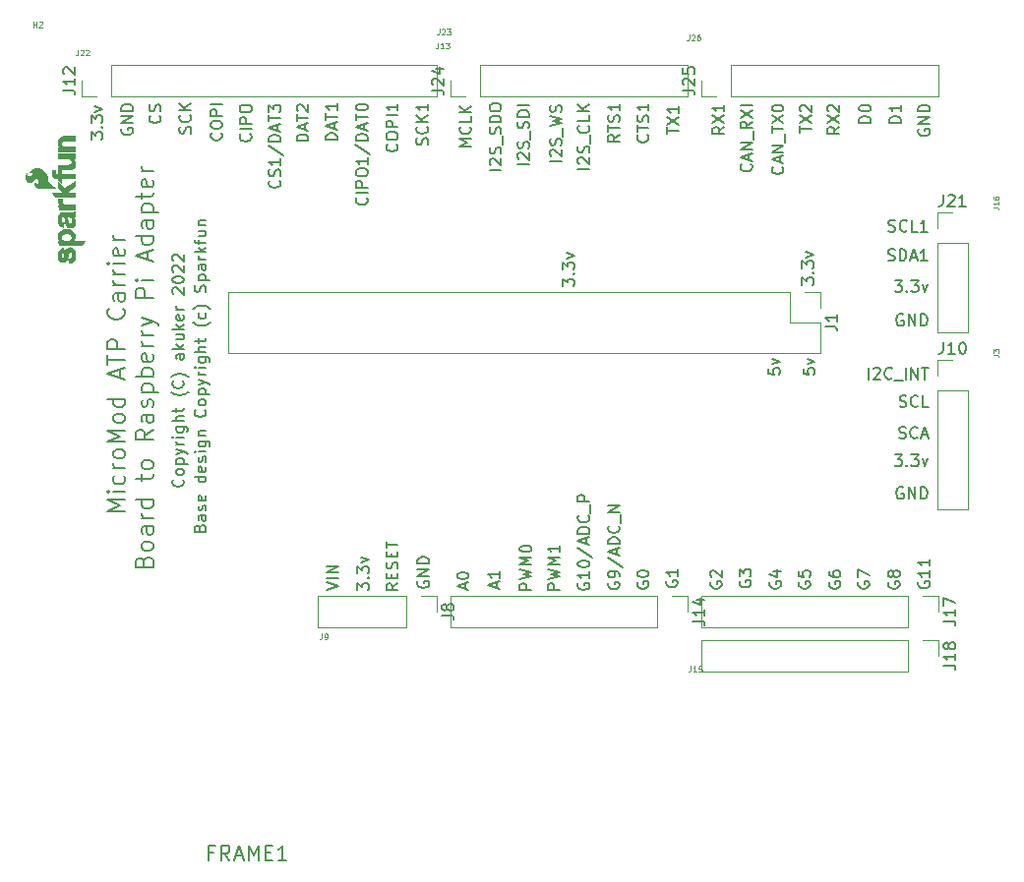
<source format=gto>
G04 #@! TF.GenerationSoftware,KiCad,Pcbnew,(6.0.0)*
G04 #@! TF.CreationDate,2022-02-06T12:12:12-06:00*
G04 #@! TF.ProjectId,MicroMod_ATP_CarrierBoard,4d696372-6f4d-46f6-945f-4154505f4361,rev?*
G04 #@! TF.SameCoordinates,Original*
G04 #@! TF.FileFunction,Legend,Top*
G04 #@! TF.FilePolarity,Positive*
%FSLAX46Y46*%
G04 Gerber Fmt 4.6, Leading zero omitted, Abs format (unit mm)*
G04 Created by KiCad (PCBNEW (6.0.0)) date 2022-02-06 12:12:12*
%MOMM*%
%LPD*%
G01*
G04 APERTURE LIST*
%ADD10C,0.150000*%
%ADD11C,0.121920*%
%ADD12C,0.120000*%
%ADD13C,2.082800*%
%ADD14C,3.302000*%
%ADD15R,1.700000X1.700000*%
%ADD16O,1.700000X1.700000*%
G04 APERTURE END LIST*
D10*
X182338095Y-117200000D02*
X182242857Y-117152380D01*
X182100000Y-117152380D01*
X181957142Y-117200000D01*
X181861904Y-117295238D01*
X181814285Y-117390476D01*
X181766666Y-117580952D01*
X181766666Y-117723809D01*
X181814285Y-117914285D01*
X181861904Y-118009523D01*
X181957142Y-118104761D01*
X182100000Y-118152380D01*
X182195238Y-118152380D01*
X182338095Y-118104761D01*
X182385714Y-118057142D01*
X182385714Y-117723809D01*
X182195238Y-117723809D01*
X182814285Y-118152380D02*
X182814285Y-117152380D01*
X183385714Y-118152380D01*
X183385714Y-117152380D01*
X183861904Y-118152380D02*
X183861904Y-117152380D01*
X184100000Y-117152380D01*
X184242857Y-117200000D01*
X184338095Y-117295238D01*
X184385714Y-117390476D01*
X184433333Y-117580952D01*
X184433333Y-117723809D01*
X184385714Y-117914285D01*
X184338095Y-118009523D01*
X184242857Y-118104761D01*
X184100000Y-118152380D01*
X183861904Y-118152380D01*
X181623809Y-114352380D02*
X182242857Y-114352380D01*
X181909523Y-114733333D01*
X182052381Y-114733333D01*
X182147619Y-114780952D01*
X182195238Y-114828571D01*
X182242857Y-114923809D01*
X182242857Y-115161904D01*
X182195238Y-115257142D01*
X182147619Y-115304761D01*
X182052381Y-115352380D01*
X181766666Y-115352380D01*
X181671428Y-115304761D01*
X181623809Y-115257142D01*
X182671428Y-115257142D02*
X182719047Y-115304761D01*
X182671428Y-115352380D01*
X182623809Y-115304761D01*
X182671428Y-115257142D01*
X182671428Y-115352380D01*
X183052381Y-114352380D02*
X183671428Y-114352380D01*
X183338095Y-114733333D01*
X183480952Y-114733333D01*
X183576190Y-114780952D01*
X183623809Y-114828571D01*
X183671428Y-114923809D01*
X183671428Y-115161904D01*
X183623809Y-115257142D01*
X183576190Y-115304761D01*
X183480952Y-115352380D01*
X183195238Y-115352380D01*
X183100000Y-115304761D01*
X183052381Y-115257142D01*
X184004761Y-114685714D02*
X184242857Y-115352380D01*
X184480952Y-114685714D01*
X182004762Y-112904761D02*
X182147619Y-112952380D01*
X182385714Y-112952380D01*
X182480952Y-112904761D01*
X182528571Y-112857142D01*
X182576190Y-112761904D01*
X182576190Y-112666666D01*
X182528571Y-112571428D01*
X182480952Y-112523809D01*
X182385714Y-112476190D01*
X182195238Y-112428571D01*
X182100000Y-112380952D01*
X182052381Y-112333333D01*
X182004762Y-112238095D01*
X182004762Y-112142857D01*
X182052381Y-112047619D01*
X182100000Y-112000000D01*
X182195238Y-111952380D01*
X182433333Y-111952380D01*
X182576190Y-112000000D01*
X183576190Y-112857142D02*
X183528571Y-112904761D01*
X183385714Y-112952380D01*
X183290476Y-112952380D01*
X183147619Y-112904761D01*
X183052381Y-112809523D01*
X183004762Y-112714285D01*
X182957143Y-112523809D01*
X182957143Y-112380952D01*
X183004762Y-112190476D01*
X183052381Y-112095238D01*
X183147619Y-112000000D01*
X183290476Y-111952380D01*
X183385714Y-111952380D01*
X183528571Y-112000000D01*
X183576190Y-112047619D01*
X183957143Y-112666666D02*
X184433333Y-112666666D01*
X183861905Y-112952380D02*
X184195238Y-111952380D01*
X184528571Y-112952380D01*
X182052380Y-110204761D02*
X182195237Y-110252380D01*
X182433333Y-110252380D01*
X182528571Y-110204761D01*
X182576190Y-110157142D01*
X182623809Y-110061904D01*
X182623809Y-109966666D01*
X182576190Y-109871428D01*
X182528571Y-109823809D01*
X182433333Y-109776190D01*
X182242857Y-109728571D01*
X182147618Y-109680952D01*
X182099999Y-109633333D01*
X182052380Y-109538095D01*
X182052380Y-109442857D01*
X182099999Y-109347619D01*
X182147618Y-109300000D01*
X182242857Y-109252380D01*
X182480952Y-109252380D01*
X182623809Y-109300000D01*
X183623809Y-110157142D02*
X183576190Y-110204761D01*
X183433333Y-110252380D01*
X183338095Y-110252380D01*
X183195237Y-110204761D01*
X183099999Y-110109523D01*
X183052380Y-110014285D01*
X183004761Y-109823809D01*
X183004761Y-109680952D01*
X183052380Y-109490476D01*
X183099999Y-109395238D01*
X183195237Y-109300000D01*
X183338095Y-109252380D01*
X183433333Y-109252380D01*
X183576190Y-109300000D01*
X183623809Y-109347619D01*
X184528571Y-110252380D02*
X184052380Y-110252380D01*
X184052380Y-109252380D01*
X179385715Y-107852380D02*
X179385715Y-106852380D01*
X179814286Y-106947619D02*
X179861905Y-106900000D01*
X179957143Y-106852380D01*
X180195238Y-106852380D01*
X180290476Y-106900000D01*
X180338095Y-106947619D01*
X180385715Y-107042857D01*
X180385715Y-107138095D01*
X180338095Y-107280952D01*
X179766667Y-107852380D01*
X180385715Y-107852380D01*
X181385715Y-107757142D02*
X181338095Y-107804761D01*
X181195238Y-107852380D01*
X181100000Y-107852380D01*
X180957143Y-107804761D01*
X180861905Y-107709523D01*
X180814286Y-107614285D01*
X180766667Y-107423809D01*
X180766667Y-107280952D01*
X180814286Y-107090476D01*
X180861905Y-106995238D01*
X180957143Y-106900000D01*
X181100000Y-106852380D01*
X181195238Y-106852380D01*
X181338095Y-106900000D01*
X181385715Y-106947619D01*
X181576191Y-107947619D02*
X182338095Y-107947619D01*
X182576191Y-107852380D02*
X182576191Y-106852380D01*
X183052381Y-107852380D02*
X183052381Y-106852380D01*
X183623810Y-107852380D01*
X183623810Y-106852380D01*
X183957143Y-106852380D02*
X184528572Y-106852380D01*
X184242857Y-107852380D02*
X184242857Y-106852380D01*
X182338095Y-102300000D02*
X182242857Y-102252380D01*
X182100000Y-102252380D01*
X181957142Y-102300000D01*
X181861904Y-102395238D01*
X181814285Y-102490476D01*
X181766666Y-102680952D01*
X181766666Y-102823809D01*
X181814285Y-103014285D01*
X181861904Y-103109523D01*
X181957142Y-103204761D01*
X182100000Y-103252380D01*
X182195238Y-103252380D01*
X182338095Y-103204761D01*
X182385714Y-103157142D01*
X182385714Y-102823809D01*
X182195238Y-102823809D01*
X182814285Y-103252380D02*
X182814285Y-102252380D01*
X183385714Y-103252380D01*
X183385714Y-102252380D01*
X183861904Y-103252380D02*
X183861904Y-102252380D01*
X184100000Y-102252380D01*
X184242857Y-102300000D01*
X184338095Y-102395238D01*
X184385714Y-102490476D01*
X184433333Y-102680952D01*
X184433333Y-102823809D01*
X184385714Y-103014285D01*
X184338095Y-103109523D01*
X184242857Y-103204761D01*
X184100000Y-103252380D01*
X183861904Y-103252380D01*
X181623809Y-99352380D02*
X182242857Y-99352380D01*
X181909523Y-99733333D01*
X182052381Y-99733333D01*
X182147619Y-99780952D01*
X182195238Y-99828571D01*
X182242857Y-99923809D01*
X182242857Y-100161904D01*
X182195238Y-100257142D01*
X182147619Y-100304761D01*
X182052381Y-100352380D01*
X181766666Y-100352380D01*
X181671428Y-100304761D01*
X181623809Y-100257142D01*
X182671428Y-100257142D02*
X182719047Y-100304761D01*
X182671428Y-100352380D01*
X182623809Y-100304761D01*
X182671428Y-100257142D01*
X182671428Y-100352380D01*
X183052381Y-99352380D02*
X183671428Y-99352380D01*
X183338095Y-99733333D01*
X183480952Y-99733333D01*
X183576190Y-99780952D01*
X183623809Y-99828571D01*
X183671428Y-99923809D01*
X183671428Y-100161904D01*
X183623809Y-100257142D01*
X183576190Y-100304761D01*
X183480952Y-100352380D01*
X183195238Y-100352380D01*
X183100000Y-100304761D01*
X183052381Y-100257142D01*
X184004761Y-99685714D02*
X184242857Y-100352380D01*
X184480952Y-99685714D01*
X181052380Y-97604761D02*
X181195237Y-97652380D01*
X181433333Y-97652380D01*
X181528571Y-97604761D01*
X181576190Y-97557142D01*
X181623809Y-97461904D01*
X181623809Y-97366666D01*
X181576190Y-97271428D01*
X181528571Y-97223809D01*
X181433333Y-97176190D01*
X181242857Y-97128571D01*
X181147618Y-97080952D01*
X181099999Y-97033333D01*
X181052380Y-96938095D01*
X181052380Y-96842857D01*
X181099999Y-96747619D01*
X181147618Y-96700000D01*
X181242857Y-96652380D01*
X181480952Y-96652380D01*
X181623809Y-96700000D01*
X182052380Y-97652380D02*
X182052380Y-96652380D01*
X182290476Y-96652380D01*
X182433333Y-96700000D01*
X182528571Y-96795238D01*
X182576190Y-96890476D01*
X182623809Y-97080952D01*
X182623809Y-97223809D01*
X182576190Y-97414285D01*
X182528571Y-97509523D01*
X182433333Y-97604761D01*
X182290476Y-97652380D01*
X182052380Y-97652380D01*
X183004761Y-97366666D02*
X183480952Y-97366666D01*
X182909523Y-97652380D02*
X183242857Y-96652380D01*
X183576190Y-97652380D01*
X184433333Y-97652380D02*
X183861904Y-97652380D01*
X184147618Y-97652380D02*
X184147618Y-96652380D01*
X184052380Y-96795238D01*
X183957142Y-96890476D01*
X183861904Y-96938095D01*
X181100000Y-95104761D02*
X181242857Y-95152380D01*
X181480952Y-95152380D01*
X181576190Y-95104761D01*
X181623809Y-95057142D01*
X181671428Y-94961904D01*
X181671428Y-94866666D01*
X181623809Y-94771428D01*
X181576190Y-94723809D01*
X181480952Y-94676190D01*
X181290476Y-94628571D01*
X181195238Y-94580952D01*
X181147619Y-94533333D01*
X181100000Y-94438095D01*
X181100000Y-94342857D01*
X181147619Y-94247619D01*
X181195238Y-94200000D01*
X181290476Y-94152380D01*
X181528571Y-94152380D01*
X181671428Y-94200000D01*
X182671428Y-95057142D02*
X182623809Y-95104761D01*
X182480952Y-95152380D01*
X182385714Y-95152380D01*
X182242857Y-95104761D01*
X182147619Y-95009523D01*
X182100000Y-94914285D01*
X182052381Y-94723809D01*
X182052381Y-94580952D01*
X182100000Y-94390476D01*
X182147619Y-94295238D01*
X182242857Y-94200000D01*
X182385714Y-94152380D01*
X182480952Y-94152380D01*
X182623809Y-94200000D01*
X182671428Y-94247619D01*
X183576190Y-95152380D02*
X183100000Y-95152380D01*
X183100000Y-94152380D01*
X184433333Y-95152380D02*
X183861905Y-95152380D01*
X184147619Y-95152380D02*
X184147619Y-94152380D01*
X184052381Y-94295238D01*
X183957143Y-94390476D01*
X183861905Y-94438095D01*
X183700000Y-86333333D02*
X183652380Y-86428571D01*
X183652380Y-86571429D01*
X183700000Y-86714286D01*
X183795238Y-86809524D01*
X183890476Y-86857143D01*
X184080952Y-86904762D01*
X184223809Y-86904762D01*
X184414285Y-86857143D01*
X184509523Y-86809524D01*
X184604761Y-86714286D01*
X184652380Y-86571429D01*
X184652380Y-86476190D01*
X184604761Y-86333333D01*
X184557142Y-86285714D01*
X184223809Y-86285714D01*
X184223809Y-86476190D01*
X184652380Y-85857143D02*
X183652380Y-85857143D01*
X184652380Y-85285714D01*
X183652380Y-85285714D01*
X184652380Y-84809524D02*
X183652380Y-84809524D01*
X183652380Y-84571429D01*
X183700000Y-84428571D01*
X183795238Y-84333333D01*
X183890476Y-84285714D01*
X184080952Y-84238095D01*
X184223809Y-84238095D01*
X184414285Y-84285714D01*
X184509523Y-84333333D01*
X184604761Y-84428571D01*
X184652380Y-84571429D01*
X184652380Y-84809524D01*
X182152380Y-85761905D02*
X181152380Y-85761905D01*
X181152380Y-85523810D01*
X181200000Y-85380952D01*
X181295238Y-85285714D01*
X181390476Y-85238095D01*
X181580952Y-85190476D01*
X181723809Y-85190476D01*
X181914285Y-85238095D01*
X182009523Y-85285714D01*
X182104761Y-85380952D01*
X182152380Y-85523810D01*
X182152380Y-85761905D01*
X182152380Y-84238095D02*
X182152380Y-84809524D01*
X182152380Y-84523810D02*
X181152380Y-84523810D01*
X181295238Y-84619048D01*
X181390476Y-84714286D01*
X181438095Y-84809524D01*
X179552380Y-85761905D02*
X178552380Y-85761905D01*
X178552380Y-85523810D01*
X178600000Y-85380952D01*
X178695238Y-85285714D01*
X178790476Y-85238095D01*
X178980952Y-85190476D01*
X179123809Y-85190476D01*
X179314285Y-85238095D01*
X179409523Y-85285714D01*
X179504761Y-85380952D01*
X179552380Y-85523810D01*
X179552380Y-85761905D01*
X178552380Y-84571429D02*
X178552380Y-84476190D01*
X178600000Y-84380952D01*
X178647619Y-84333333D01*
X178742857Y-84285714D01*
X178933333Y-84238095D01*
X179171428Y-84238095D01*
X179361904Y-84285714D01*
X179457142Y-84333333D01*
X179504761Y-84380952D01*
X179552380Y-84476190D01*
X179552380Y-84571429D01*
X179504761Y-84666667D01*
X179457142Y-84714286D01*
X179361904Y-84761905D01*
X179171428Y-84809524D01*
X178933333Y-84809524D01*
X178742857Y-84761905D01*
X178647619Y-84714286D01*
X178600000Y-84666667D01*
X178552380Y-84571429D01*
X176852380Y-86142857D02*
X176376190Y-86476190D01*
X176852380Y-86714285D02*
X175852380Y-86714285D01*
X175852380Y-86333333D01*
X175900000Y-86238095D01*
X175947619Y-86190476D01*
X176042857Y-86142857D01*
X176185714Y-86142857D01*
X176280952Y-86190476D01*
X176328571Y-86238095D01*
X176376190Y-86333333D01*
X176376190Y-86714285D01*
X175852380Y-85809523D02*
X176852380Y-85142857D01*
X175852380Y-85142857D02*
X176852380Y-85809523D01*
X175947619Y-84809523D02*
X175900000Y-84761904D01*
X175852380Y-84666666D01*
X175852380Y-84428571D01*
X175900000Y-84333333D01*
X175947619Y-84285714D01*
X176042857Y-84238095D01*
X176138095Y-84238095D01*
X176280952Y-84285714D01*
X176852380Y-84857142D01*
X176852380Y-84238095D01*
X173452380Y-86619048D02*
X173452380Y-86047619D01*
X174452380Y-86333333D02*
X173452380Y-86333333D01*
X173452380Y-85809524D02*
X174452380Y-85142857D01*
X173452380Y-85142857D02*
X174452380Y-85809524D01*
X173547619Y-84809524D02*
X173500000Y-84761905D01*
X173452380Y-84666667D01*
X173452380Y-84428572D01*
X173500000Y-84333333D01*
X173547619Y-84285714D01*
X173642857Y-84238095D01*
X173738095Y-84238095D01*
X173880952Y-84285714D01*
X174452380Y-84857143D01*
X174452380Y-84238095D01*
X171957142Y-89571428D02*
X172004761Y-89619047D01*
X172052380Y-89761905D01*
X172052380Y-89857143D01*
X172004761Y-90000000D01*
X171909523Y-90095238D01*
X171814285Y-90142857D01*
X171623809Y-90190476D01*
X171480952Y-90190476D01*
X171290476Y-90142857D01*
X171195238Y-90095238D01*
X171100000Y-90000000D01*
X171052380Y-89857143D01*
X171052380Y-89761905D01*
X171100000Y-89619047D01*
X171147619Y-89571428D01*
X171766666Y-89190476D02*
X171766666Y-88714286D01*
X172052380Y-89285714D02*
X171052380Y-88952381D01*
X172052380Y-88619047D01*
X172052380Y-88285714D02*
X171052380Y-88285714D01*
X172052380Y-87714286D01*
X171052380Y-87714286D01*
X172147619Y-87476190D02*
X172147619Y-86714286D01*
X171052380Y-86619047D02*
X171052380Y-86047619D01*
X172052380Y-86333333D02*
X171052380Y-86333333D01*
X171052380Y-85809524D02*
X172052380Y-85142857D01*
X171052380Y-85142857D02*
X172052380Y-85809524D01*
X171052380Y-84571428D02*
X171052380Y-84476190D01*
X171100000Y-84380952D01*
X171147619Y-84333333D01*
X171242857Y-84285714D01*
X171433333Y-84238095D01*
X171671428Y-84238095D01*
X171861904Y-84285714D01*
X171957142Y-84333333D01*
X172004761Y-84380952D01*
X172052380Y-84476190D01*
X172052380Y-84571428D01*
X172004761Y-84666666D01*
X171957142Y-84714286D01*
X171861904Y-84761905D01*
X171671428Y-84809524D01*
X171433333Y-84809524D01*
X171242857Y-84761905D01*
X171147619Y-84714286D01*
X171100000Y-84666666D01*
X171052380Y-84571428D01*
X169257142Y-89333333D02*
X169304761Y-89380952D01*
X169352380Y-89523809D01*
X169352380Y-89619047D01*
X169304761Y-89761904D01*
X169209523Y-89857142D01*
X169114285Y-89904761D01*
X168923809Y-89952380D01*
X168780952Y-89952380D01*
X168590476Y-89904761D01*
X168495238Y-89857142D01*
X168400000Y-89761904D01*
X168352380Y-89619047D01*
X168352380Y-89523809D01*
X168400000Y-89380952D01*
X168447619Y-89333333D01*
X169066666Y-88952380D02*
X169066666Y-88476190D01*
X169352380Y-89047618D02*
X168352380Y-88714285D01*
X169352380Y-88380952D01*
X169352380Y-88047618D02*
X168352380Y-88047618D01*
X169352380Y-87476190D01*
X168352380Y-87476190D01*
X169447619Y-87238095D02*
X169447619Y-86476190D01*
X169352380Y-85666666D02*
X168876190Y-85999999D01*
X169352380Y-86238095D02*
X168352380Y-86238095D01*
X168352380Y-85857142D01*
X168400000Y-85761904D01*
X168447619Y-85714285D01*
X168542857Y-85666666D01*
X168685714Y-85666666D01*
X168780952Y-85714285D01*
X168828571Y-85761904D01*
X168876190Y-85857142D01*
X168876190Y-86238095D01*
X168352380Y-85333333D02*
X169352380Y-84666666D01*
X168352380Y-84666666D02*
X169352380Y-85333333D01*
X169352380Y-84285714D02*
X168352380Y-84285714D01*
X166952380Y-86142857D02*
X166476190Y-86476190D01*
X166952380Y-86714285D02*
X165952380Y-86714285D01*
X165952380Y-86333333D01*
X166000000Y-86238095D01*
X166047619Y-86190476D01*
X166142857Y-86142857D01*
X166285714Y-86142857D01*
X166380952Y-86190476D01*
X166428571Y-86238095D01*
X166476190Y-86333333D01*
X166476190Y-86714285D01*
X165952380Y-85809523D02*
X166952380Y-85142857D01*
X165952380Y-85142857D02*
X166952380Y-85809523D01*
X166952380Y-84238095D02*
X166952380Y-84809523D01*
X166952380Y-84523809D02*
X165952380Y-84523809D01*
X166095238Y-84619047D01*
X166190476Y-84714285D01*
X166238095Y-84809523D01*
X162052380Y-86738095D02*
X162052380Y-86166666D01*
X163052380Y-86452380D02*
X162052380Y-86452380D01*
X162052380Y-85928571D02*
X163052380Y-85261904D01*
X162052380Y-85261904D02*
X163052380Y-85928571D01*
X163052380Y-84357142D02*
X163052380Y-84928571D01*
X163052380Y-84642857D02*
X162052380Y-84642857D01*
X162195238Y-84738095D01*
X162290476Y-84833333D01*
X162338095Y-84928571D01*
X160357142Y-86823809D02*
X160404761Y-86871428D01*
X160452380Y-87014285D01*
X160452380Y-87109523D01*
X160404761Y-87252380D01*
X160309523Y-87347619D01*
X160214285Y-87395238D01*
X160023809Y-87442857D01*
X159880952Y-87442857D01*
X159690476Y-87395238D01*
X159595238Y-87347619D01*
X159500000Y-87252380D01*
X159452380Y-87109523D01*
X159452380Y-87014285D01*
X159500000Y-86871428D01*
X159547619Y-86823809D01*
X159452380Y-86538095D02*
X159452380Y-85966666D01*
X160452380Y-86252380D02*
X159452380Y-86252380D01*
X160404761Y-85680952D02*
X160452380Y-85538095D01*
X160452380Y-85300000D01*
X160404761Y-85204761D01*
X160357142Y-85157142D01*
X160261904Y-85109523D01*
X160166666Y-85109523D01*
X160071428Y-85157142D01*
X160023809Y-85204761D01*
X159976190Y-85300000D01*
X159928571Y-85490476D01*
X159880952Y-85585714D01*
X159833333Y-85633333D01*
X159738095Y-85680952D01*
X159642857Y-85680952D01*
X159547619Y-85633333D01*
X159500000Y-85585714D01*
X159452380Y-85490476D01*
X159452380Y-85252380D01*
X159500000Y-85109523D01*
X160452380Y-84157142D02*
X160452380Y-84728571D01*
X160452380Y-84442857D02*
X159452380Y-84442857D01*
X159595238Y-84538095D01*
X159690476Y-84633333D01*
X159738095Y-84728571D01*
X157952380Y-86823809D02*
X157476190Y-87157142D01*
X157952380Y-87395238D02*
X156952380Y-87395238D01*
X156952380Y-87014285D01*
X157000000Y-86919047D01*
X157047619Y-86871428D01*
X157142857Y-86823809D01*
X157285714Y-86823809D01*
X157380952Y-86871428D01*
X157428571Y-86919047D01*
X157476190Y-87014285D01*
X157476190Y-87395238D01*
X156952380Y-86538095D02*
X156952380Y-85966666D01*
X157952380Y-86252380D02*
X156952380Y-86252380D01*
X157904761Y-85680952D02*
X157952380Y-85538095D01*
X157952380Y-85300000D01*
X157904761Y-85204761D01*
X157857142Y-85157142D01*
X157761904Y-85109523D01*
X157666666Y-85109523D01*
X157571428Y-85157142D01*
X157523809Y-85204761D01*
X157476190Y-85300000D01*
X157428571Y-85490476D01*
X157380952Y-85585714D01*
X157333333Y-85633333D01*
X157238095Y-85680952D01*
X157142857Y-85680952D01*
X157047619Y-85633333D01*
X157000000Y-85585714D01*
X156952380Y-85490476D01*
X156952380Y-85252380D01*
X157000000Y-85109523D01*
X157952380Y-84157142D02*
X157952380Y-84728571D01*
X157952380Y-84442857D02*
X156952380Y-84442857D01*
X157095238Y-84538095D01*
X157190476Y-84633333D01*
X157238095Y-84728571D01*
X155352380Y-89738095D02*
X154352380Y-89738095D01*
X154447619Y-89309523D02*
X154400000Y-89261904D01*
X154352380Y-89166666D01*
X154352380Y-88928571D01*
X154400000Y-88833333D01*
X154447619Y-88785714D01*
X154542857Y-88738095D01*
X154638095Y-88738095D01*
X154780952Y-88785714D01*
X155352380Y-89357142D01*
X155352380Y-88738095D01*
X155304761Y-88357142D02*
X155352380Y-88214285D01*
X155352380Y-87976190D01*
X155304761Y-87880952D01*
X155257142Y-87833333D01*
X155161904Y-87785714D01*
X155066666Y-87785714D01*
X154971428Y-87833333D01*
X154923809Y-87880952D01*
X154876190Y-87976190D01*
X154828571Y-88166666D01*
X154780952Y-88261904D01*
X154733333Y-88309523D01*
X154638095Y-88357142D01*
X154542857Y-88357142D01*
X154447619Y-88309523D01*
X154400000Y-88261904D01*
X154352380Y-88166666D01*
X154352380Y-87928571D01*
X154400000Y-87785714D01*
X155447619Y-87595238D02*
X155447619Y-86833333D01*
X155257142Y-86023809D02*
X155304761Y-86071428D01*
X155352380Y-86214285D01*
X155352380Y-86309523D01*
X155304761Y-86452380D01*
X155209523Y-86547619D01*
X155114285Y-86595238D01*
X154923809Y-86642857D01*
X154780952Y-86642857D01*
X154590476Y-86595238D01*
X154495238Y-86547619D01*
X154400000Y-86452380D01*
X154352380Y-86309523D01*
X154352380Y-86214285D01*
X154400000Y-86071428D01*
X154447619Y-86023809D01*
X155352380Y-85119047D02*
X155352380Y-85595238D01*
X154352380Y-85595238D01*
X155352380Y-84785714D02*
X154352380Y-84785714D01*
X155352380Y-84214285D02*
X154780952Y-84642857D01*
X154352380Y-84214285D02*
X154923809Y-84785714D01*
X152952380Y-89080952D02*
X151952380Y-89080952D01*
X152047619Y-88652380D02*
X152000000Y-88604761D01*
X151952380Y-88509523D01*
X151952380Y-88271428D01*
X152000000Y-88176190D01*
X152047619Y-88128571D01*
X152142857Y-88080952D01*
X152238095Y-88080952D01*
X152380952Y-88128571D01*
X152952380Y-88700000D01*
X152952380Y-88080952D01*
X152904761Y-87700000D02*
X152952380Y-87557142D01*
X152952380Y-87319047D01*
X152904761Y-87223809D01*
X152857142Y-87176190D01*
X152761904Y-87128571D01*
X152666666Y-87128571D01*
X152571428Y-87176190D01*
X152523809Y-87223809D01*
X152476190Y-87319047D01*
X152428571Y-87509523D01*
X152380952Y-87604761D01*
X152333333Y-87652380D01*
X152238095Y-87700000D01*
X152142857Y-87700000D01*
X152047619Y-87652380D01*
X152000000Y-87604761D01*
X151952380Y-87509523D01*
X151952380Y-87271428D01*
X152000000Y-87128571D01*
X153047619Y-86938095D02*
X153047619Y-86176190D01*
X151952380Y-86033333D02*
X152952380Y-85795238D01*
X152238095Y-85604761D01*
X152952380Y-85414285D01*
X151952380Y-85176190D01*
X152904761Y-84842857D02*
X152952380Y-84700000D01*
X152952380Y-84461904D01*
X152904761Y-84366666D01*
X152857142Y-84319047D01*
X152761904Y-84271428D01*
X152666666Y-84271428D01*
X152571428Y-84319047D01*
X152523809Y-84366666D01*
X152476190Y-84461904D01*
X152428571Y-84652380D01*
X152380952Y-84747619D01*
X152333333Y-84795238D01*
X152238095Y-84842857D01*
X152142857Y-84842857D01*
X152047619Y-84795238D01*
X152000000Y-84747619D01*
X151952380Y-84652380D01*
X151952380Y-84414285D01*
X152000000Y-84271428D01*
X150152380Y-89347619D02*
X149152380Y-89347619D01*
X149247619Y-88919047D02*
X149200000Y-88871428D01*
X149152380Y-88776190D01*
X149152380Y-88538095D01*
X149200000Y-88442857D01*
X149247619Y-88395238D01*
X149342857Y-88347619D01*
X149438095Y-88347619D01*
X149580952Y-88395238D01*
X150152380Y-88966666D01*
X150152380Y-88347619D01*
X150104761Y-87966666D02*
X150152380Y-87823809D01*
X150152380Y-87585714D01*
X150104761Y-87490476D01*
X150057142Y-87442857D01*
X149961904Y-87395238D01*
X149866666Y-87395238D01*
X149771428Y-87442857D01*
X149723809Y-87490476D01*
X149676190Y-87585714D01*
X149628571Y-87776190D01*
X149580952Y-87871428D01*
X149533333Y-87919047D01*
X149438095Y-87966666D01*
X149342857Y-87966666D01*
X149247619Y-87919047D01*
X149200000Y-87871428D01*
X149152380Y-87776190D01*
X149152380Y-87538095D01*
X149200000Y-87395238D01*
X150247619Y-87204761D02*
X150247619Y-86442857D01*
X150104761Y-86252380D02*
X150152380Y-86109523D01*
X150152380Y-85871428D01*
X150104761Y-85776190D01*
X150057142Y-85728571D01*
X149961904Y-85680952D01*
X149866666Y-85680952D01*
X149771428Y-85728571D01*
X149723809Y-85776190D01*
X149676190Y-85871428D01*
X149628571Y-86061904D01*
X149580952Y-86157142D01*
X149533333Y-86204761D01*
X149438095Y-86252380D01*
X149342857Y-86252380D01*
X149247619Y-86204761D01*
X149200000Y-86157142D01*
X149152380Y-86061904D01*
X149152380Y-85823809D01*
X149200000Y-85680952D01*
X150152380Y-85252380D02*
X149152380Y-85252380D01*
X149152380Y-85014285D01*
X149200000Y-84871428D01*
X149295238Y-84776190D01*
X149390476Y-84728571D01*
X149580952Y-84680952D01*
X149723809Y-84680952D01*
X149914285Y-84728571D01*
X150009523Y-84776190D01*
X150104761Y-84871428D01*
X150152380Y-85014285D01*
X150152380Y-85252380D01*
X150152380Y-84252380D02*
X149152380Y-84252380D01*
X147752380Y-89833333D02*
X146752380Y-89833333D01*
X146847619Y-89404761D02*
X146800000Y-89357142D01*
X146752380Y-89261904D01*
X146752380Y-89023809D01*
X146800000Y-88928571D01*
X146847619Y-88880952D01*
X146942857Y-88833333D01*
X147038095Y-88833333D01*
X147180952Y-88880952D01*
X147752380Y-89452380D01*
X147752380Y-88833333D01*
X147704761Y-88452380D02*
X147752380Y-88309523D01*
X147752380Y-88071428D01*
X147704761Y-87976190D01*
X147657142Y-87928571D01*
X147561904Y-87880952D01*
X147466666Y-87880952D01*
X147371428Y-87928571D01*
X147323809Y-87976190D01*
X147276190Y-88071428D01*
X147228571Y-88261904D01*
X147180952Y-88357142D01*
X147133333Y-88404761D01*
X147038095Y-88452380D01*
X146942857Y-88452380D01*
X146847619Y-88404761D01*
X146800000Y-88357142D01*
X146752380Y-88261904D01*
X146752380Y-88023809D01*
X146800000Y-87880952D01*
X147847619Y-87690476D02*
X147847619Y-86928571D01*
X147704761Y-86738095D02*
X147752380Y-86595238D01*
X147752380Y-86357142D01*
X147704761Y-86261904D01*
X147657142Y-86214285D01*
X147561904Y-86166666D01*
X147466666Y-86166666D01*
X147371428Y-86214285D01*
X147323809Y-86261904D01*
X147276190Y-86357142D01*
X147228571Y-86547619D01*
X147180952Y-86642857D01*
X147133333Y-86690476D01*
X147038095Y-86738095D01*
X146942857Y-86738095D01*
X146847619Y-86690476D01*
X146800000Y-86642857D01*
X146752380Y-86547619D01*
X146752380Y-86309523D01*
X146800000Y-86166666D01*
X147752380Y-85738095D02*
X146752380Y-85738095D01*
X146752380Y-85500000D01*
X146800000Y-85357142D01*
X146895238Y-85261904D01*
X146990476Y-85214285D01*
X147180952Y-85166666D01*
X147323809Y-85166666D01*
X147514285Y-85214285D01*
X147609523Y-85261904D01*
X147704761Y-85357142D01*
X147752380Y-85500000D01*
X147752380Y-85738095D01*
X146752380Y-84547619D02*
X146752380Y-84357142D01*
X146800000Y-84261904D01*
X146895238Y-84166666D01*
X147085714Y-84119047D01*
X147419047Y-84119047D01*
X147609523Y-84166666D01*
X147704761Y-84261904D01*
X147752380Y-84357142D01*
X147752380Y-84547619D01*
X147704761Y-84642857D01*
X147609523Y-84738095D01*
X147419047Y-84785714D01*
X147085714Y-84785714D01*
X146895238Y-84738095D01*
X146800000Y-84642857D01*
X146752380Y-84547619D01*
X145152380Y-87838095D02*
X144152380Y-87838095D01*
X144866666Y-87504761D01*
X144152380Y-87171428D01*
X145152380Y-87171428D01*
X145057142Y-86123809D02*
X145104761Y-86171428D01*
X145152380Y-86314285D01*
X145152380Y-86409523D01*
X145104761Y-86552380D01*
X145009523Y-86647619D01*
X144914285Y-86695238D01*
X144723809Y-86742857D01*
X144580952Y-86742857D01*
X144390476Y-86695238D01*
X144295238Y-86647619D01*
X144200000Y-86552380D01*
X144152380Y-86409523D01*
X144152380Y-86314285D01*
X144200000Y-86171428D01*
X144247619Y-86123809D01*
X145152380Y-85219047D02*
X145152380Y-85695238D01*
X144152380Y-85695238D01*
X145152380Y-84885714D02*
X144152380Y-84885714D01*
X145152380Y-84314285D02*
X144580952Y-84742857D01*
X144152380Y-84314285D02*
X144723809Y-84885714D01*
X141404761Y-87661904D02*
X141452380Y-87519047D01*
X141452380Y-87280952D01*
X141404761Y-87185714D01*
X141357142Y-87138095D01*
X141261904Y-87090476D01*
X141166666Y-87090476D01*
X141071428Y-87138095D01*
X141023809Y-87185714D01*
X140976190Y-87280952D01*
X140928571Y-87471428D01*
X140880952Y-87566666D01*
X140833333Y-87614285D01*
X140738095Y-87661904D01*
X140642857Y-87661904D01*
X140547619Y-87614285D01*
X140500000Y-87566666D01*
X140452380Y-87471428D01*
X140452380Y-87233333D01*
X140500000Y-87090476D01*
X141357142Y-86090476D02*
X141404761Y-86138095D01*
X141452380Y-86280952D01*
X141452380Y-86376190D01*
X141404761Y-86519047D01*
X141309523Y-86614285D01*
X141214285Y-86661904D01*
X141023809Y-86709523D01*
X140880952Y-86709523D01*
X140690476Y-86661904D01*
X140595238Y-86614285D01*
X140500000Y-86519047D01*
X140452380Y-86376190D01*
X140452380Y-86280952D01*
X140500000Y-86138095D01*
X140547619Y-86090476D01*
X141452380Y-85661904D02*
X140452380Y-85661904D01*
X141452380Y-85090476D02*
X140880952Y-85519047D01*
X140452380Y-85090476D02*
X141023809Y-85661904D01*
X141452380Y-84138095D02*
X141452380Y-84709523D01*
X141452380Y-84423809D02*
X140452380Y-84423809D01*
X140595238Y-84519047D01*
X140690476Y-84614285D01*
X140738095Y-84709523D01*
X138757142Y-87628571D02*
X138804761Y-87676190D01*
X138852380Y-87819047D01*
X138852380Y-87914285D01*
X138804761Y-88057142D01*
X138709523Y-88152380D01*
X138614285Y-88200000D01*
X138423809Y-88247619D01*
X138280952Y-88247619D01*
X138090476Y-88200000D01*
X137995238Y-88152380D01*
X137900000Y-88057142D01*
X137852380Y-87914285D01*
X137852380Y-87819047D01*
X137900000Y-87676190D01*
X137947619Y-87628571D01*
X137852380Y-87009523D02*
X137852380Y-86819047D01*
X137900000Y-86723809D01*
X137995238Y-86628571D01*
X138185714Y-86580952D01*
X138519047Y-86580952D01*
X138709523Y-86628571D01*
X138804761Y-86723809D01*
X138852380Y-86819047D01*
X138852380Y-87009523D01*
X138804761Y-87104761D01*
X138709523Y-87200000D01*
X138519047Y-87247619D01*
X138185714Y-87247619D01*
X137995238Y-87200000D01*
X137900000Y-87104761D01*
X137852380Y-87009523D01*
X138852380Y-86152380D02*
X137852380Y-86152380D01*
X137852380Y-85771428D01*
X137900000Y-85676190D01*
X137947619Y-85628571D01*
X138042857Y-85580952D01*
X138185714Y-85580952D01*
X138280952Y-85628571D01*
X138328571Y-85676190D01*
X138376190Y-85771428D01*
X138376190Y-86152380D01*
X138852380Y-85152380D02*
X137852380Y-85152380D01*
X138852380Y-84152380D02*
X138852380Y-84723809D01*
X138852380Y-84438095D02*
X137852380Y-84438095D01*
X137995238Y-84533333D01*
X138090476Y-84628571D01*
X138138095Y-84723809D01*
X136157142Y-92238095D02*
X136204761Y-92285714D01*
X136252380Y-92428571D01*
X136252380Y-92523809D01*
X136204761Y-92666666D01*
X136109523Y-92761904D01*
X136014285Y-92809523D01*
X135823809Y-92857142D01*
X135680952Y-92857142D01*
X135490476Y-92809523D01*
X135395238Y-92761904D01*
X135300000Y-92666666D01*
X135252380Y-92523809D01*
X135252380Y-92428571D01*
X135300000Y-92285714D01*
X135347619Y-92238095D01*
X136252380Y-91809523D02*
X135252380Y-91809523D01*
X136252380Y-91333333D02*
X135252380Y-91333333D01*
X135252380Y-90952380D01*
X135300000Y-90857142D01*
X135347619Y-90809523D01*
X135442857Y-90761904D01*
X135585714Y-90761904D01*
X135680952Y-90809523D01*
X135728571Y-90857142D01*
X135776190Y-90952380D01*
X135776190Y-91333333D01*
X135252380Y-90142857D02*
X135252380Y-89952380D01*
X135300000Y-89857142D01*
X135395238Y-89761904D01*
X135585714Y-89714285D01*
X135919047Y-89714285D01*
X136109523Y-89761904D01*
X136204761Y-89857142D01*
X136252380Y-89952380D01*
X136252380Y-90142857D01*
X136204761Y-90238095D01*
X136109523Y-90333333D01*
X135919047Y-90380952D01*
X135585714Y-90380952D01*
X135395238Y-90333333D01*
X135300000Y-90238095D01*
X135252380Y-90142857D01*
X136252380Y-88761904D02*
X136252380Y-89333333D01*
X136252380Y-89047619D02*
X135252380Y-89047619D01*
X135395238Y-89142857D01*
X135490476Y-89238095D01*
X135538095Y-89333333D01*
X135204761Y-87619047D02*
X136490476Y-88476190D01*
X136252380Y-87285714D02*
X135252380Y-87285714D01*
X135252380Y-87047619D01*
X135300000Y-86904761D01*
X135395238Y-86809523D01*
X135490476Y-86761904D01*
X135680952Y-86714285D01*
X135823809Y-86714285D01*
X136014285Y-86761904D01*
X136109523Y-86809523D01*
X136204761Y-86904761D01*
X136252380Y-87047619D01*
X136252380Y-87285714D01*
X135966666Y-86333333D02*
X135966666Y-85857142D01*
X136252380Y-86428571D02*
X135252380Y-86095238D01*
X136252380Y-85761904D01*
X135252380Y-85571428D02*
X135252380Y-85000000D01*
X136252380Y-85285714D02*
X135252380Y-85285714D01*
X135252380Y-84476190D02*
X135252380Y-84380952D01*
X135300000Y-84285714D01*
X135347619Y-84238095D01*
X135442857Y-84190476D01*
X135633333Y-84142857D01*
X135871428Y-84142857D01*
X136061904Y-84190476D01*
X136157142Y-84238095D01*
X136204761Y-84285714D01*
X136252380Y-84380952D01*
X136252380Y-84476190D01*
X136204761Y-84571428D01*
X136157142Y-84619047D01*
X136061904Y-84666666D01*
X135871428Y-84714285D01*
X135633333Y-84714285D01*
X135442857Y-84666666D01*
X135347619Y-84619047D01*
X135300000Y-84571428D01*
X135252380Y-84476190D01*
X133652380Y-87247619D02*
X132652380Y-87247619D01*
X132652380Y-87009523D01*
X132700000Y-86866666D01*
X132795238Y-86771428D01*
X132890476Y-86723809D01*
X133080952Y-86676190D01*
X133223809Y-86676190D01*
X133414285Y-86723809D01*
X133509523Y-86771428D01*
X133604761Y-86866666D01*
X133652380Y-87009523D01*
X133652380Y-87247619D01*
X133366666Y-86295238D02*
X133366666Y-85819047D01*
X133652380Y-86390476D02*
X132652380Y-86057142D01*
X133652380Y-85723809D01*
X132652380Y-85533333D02*
X132652380Y-84961904D01*
X133652380Y-85247619D02*
X132652380Y-85247619D01*
X133652380Y-84104761D02*
X133652380Y-84676190D01*
X133652380Y-84390476D02*
X132652380Y-84390476D01*
X132795238Y-84485714D01*
X132890476Y-84580952D01*
X132938095Y-84676190D01*
X131152380Y-87347619D02*
X130152380Y-87347619D01*
X130152380Y-87109523D01*
X130200000Y-86966666D01*
X130295238Y-86871428D01*
X130390476Y-86823809D01*
X130580952Y-86776190D01*
X130723809Y-86776190D01*
X130914285Y-86823809D01*
X131009523Y-86871428D01*
X131104761Y-86966666D01*
X131152380Y-87109523D01*
X131152380Y-87347619D01*
X130866666Y-86395238D02*
X130866666Y-85919047D01*
X131152380Y-86490476D02*
X130152380Y-86157142D01*
X131152380Y-85823809D01*
X130152380Y-85633333D02*
X130152380Y-85061904D01*
X131152380Y-85347619D02*
X130152380Y-85347619D01*
X130247619Y-84776190D02*
X130200000Y-84728571D01*
X130152380Y-84633333D01*
X130152380Y-84395238D01*
X130200000Y-84300000D01*
X130247619Y-84252380D01*
X130342857Y-84204761D01*
X130438095Y-84204761D01*
X130580952Y-84252380D01*
X131152380Y-84823809D01*
X131152380Y-84204761D01*
X128657142Y-90752380D02*
X128704761Y-90800000D01*
X128752380Y-90942857D01*
X128752380Y-91038095D01*
X128704761Y-91180952D01*
X128609523Y-91276190D01*
X128514285Y-91323809D01*
X128323809Y-91371428D01*
X128180952Y-91371428D01*
X127990476Y-91323809D01*
X127895238Y-91276190D01*
X127800000Y-91180952D01*
X127752380Y-91038095D01*
X127752380Y-90942857D01*
X127800000Y-90800000D01*
X127847619Y-90752380D01*
X128704761Y-90371428D02*
X128752380Y-90228571D01*
X128752380Y-89990476D01*
X128704761Y-89895238D01*
X128657142Y-89847619D01*
X128561904Y-89800000D01*
X128466666Y-89800000D01*
X128371428Y-89847619D01*
X128323809Y-89895238D01*
X128276190Y-89990476D01*
X128228571Y-90180952D01*
X128180952Y-90276190D01*
X128133333Y-90323809D01*
X128038095Y-90371428D01*
X127942857Y-90371428D01*
X127847619Y-90323809D01*
X127800000Y-90276190D01*
X127752380Y-90180952D01*
X127752380Y-89942857D01*
X127800000Y-89800000D01*
X128752380Y-88847619D02*
X128752380Y-89419047D01*
X128752380Y-89133333D02*
X127752380Y-89133333D01*
X127895238Y-89228571D01*
X127990476Y-89323809D01*
X128038095Y-89419047D01*
X127704761Y-87704761D02*
X128990476Y-88561904D01*
X128752380Y-87371428D02*
X127752380Y-87371428D01*
X127752380Y-87133333D01*
X127800000Y-86990476D01*
X127895238Y-86895238D01*
X127990476Y-86847619D01*
X128180952Y-86800000D01*
X128323809Y-86800000D01*
X128514285Y-86847619D01*
X128609523Y-86895238D01*
X128704761Y-86990476D01*
X128752380Y-87133333D01*
X128752380Y-87371428D01*
X128466666Y-86419047D02*
X128466666Y-85942857D01*
X128752380Y-86514285D02*
X127752380Y-86180952D01*
X128752380Y-85847619D01*
X127752380Y-85657142D02*
X127752380Y-85085714D01*
X128752380Y-85371428D02*
X127752380Y-85371428D01*
X127752380Y-84847619D02*
X127752380Y-84228571D01*
X128133333Y-84561904D01*
X128133333Y-84419047D01*
X128180952Y-84323809D01*
X128228571Y-84276190D01*
X128323809Y-84228571D01*
X128561904Y-84228571D01*
X128657142Y-84276190D01*
X128704761Y-84323809D01*
X128752380Y-84419047D01*
X128752380Y-84704761D01*
X128704761Y-84800000D01*
X128657142Y-84847619D01*
X126157142Y-86752380D02*
X126204761Y-86800000D01*
X126252380Y-86942857D01*
X126252380Y-87038095D01*
X126204761Y-87180952D01*
X126109523Y-87276190D01*
X126014285Y-87323809D01*
X125823809Y-87371428D01*
X125680952Y-87371428D01*
X125490476Y-87323809D01*
X125395238Y-87276190D01*
X125300000Y-87180952D01*
X125252380Y-87038095D01*
X125252380Y-86942857D01*
X125300000Y-86800000D01*
X125347619Y-86752380D01*
X126252380Y-86323809D02*
X125252380Y-86323809D01*
X126252380Y-85847619D02*
X125252380Y-85847619D01*
X125252380Y-85466666D01*
X125300000Y-85371428D01*
X125347619Y-85323809D01*
X125442857Y-85276190D01*
X125585714Y-85276190D01*
X125680952Y-85323809D01*
X125728571Y-85371428D01*
X125776190Y-85466666D01*
X125776190Y-85847619D01*
X125252380Y-84657142D02*
X125252380Y-84466666D01*
X125300000Y-84371428D01*
X125395238Y-84276190D01*
X125585714Y-84228571D01*
X125919047Y-84228571D01*
X126109523Y-84276190D01*
X126204761Y-84371428D01*
X126252380Y-84466666D01*
X126252380Y-84657142D01*
X126204761Y-84752380D01*
X126109523Y-84847619D01*
X125919047Y-84895238D01*
X125585714Y-84895238D01*
X125395238Y-84847619D01*
X125300000Y-84752380D01*
X125252380Y-84657142D01*
X123657142Y-86652380D02*
X123704761Y-86700000D01*
X123752380Y-86842857D01*
X123752380Y-86938095D01*
X123704761Y-87080952D01*
X123609523Y-87176190D01*
X123514285Y-87223809D01*
X123323809Y-87271428D01*
X123180952Y-87271428D01*
X122990476Y-87223809D01*
X122895238Y-87176190D01*
X122800000Y-87080952D01*
X122752380Y-86938095D01*
X122752380Y-86842857D01*
X122800000Y-86700000D01*
X122847619Y-86652380D01*
X122752380Y-86033333D02*
X122752380Y-85842857D01*
X122800000Y-85747619D01*
X122895238Y-85652380D01*
X123085714Y-85604761D01*
X123419047Y-85604761D01*
X123609523Y-85652380D01*
X123704761Y-85747619D01*
X123752380Y-85842857D01*
X123752380Y-86033333D01*
X123704761Y-86128571D01*
X123609523Y-86223809D01*
X123419047Y-86271428D01*
X123085714Y-86271428D01*
X122895238Y-86223809D01*
X122800000Y-86128571D01*
X122752380Y-86033333D01*
X123752380Y-85176190D02*
X122752380Y-85176190D01*
X122752380Y-84795238D01*
X122800000Y-84700000D01*
X122847619Y-84652380D01*
X122942857Y-84604761D01*
X123085714Y-84604761D01*
X123180952Y-84652380D01*
X123228571Y-84700000D01*
X123276190Y-84795238D01*
X123276190Y-85176190D01*
X123752380Y-84176190D02*
X122752380Y-84176190D01*
X121004761Y-86685714D02*
X121052380Y-86542857D01*
X121052380Y-86304761D01*
X121004761Y-86209523D01*
X120957142Y-86161904D01*
X120861904Y-86114285D01*
X120766666Y-86114285D01*
X120671428Y-86161904D01*
X120623809Y-86209523D01*
X120576190Y-86304761D01*
X120528571Y-86495238D01*
X120480952Y-86590476D01*
X120433333Y-86638095D01*
X120338095Y-86685714D01*
X120242857Y-86685714D01*
X120147619Y-86638095D01*
X120100000Y-86590476D01*
X120052380Y-86495238D01*
X120052380Y-86257142D01*
X120100000Y-86114285D01*
X120957142Y-85114285D02*
X121004761Y-85161904D01*
X121052380Y-85304761D01*
X121052380Y-85400000D01*
X121004761Y-85542857D01*
X120909523Y-85638095D01*
X120814285Y-85685714D01*
X120623809Y-85733333D01*
X120480952Y-85733333D01*
X120290476Y-85685714D01*
X120195238Y-85638095D01*
X120100000Y-85542857D01*
X120052380Y-85400000D01*
X120052380Y-85304761D01*
X120100000Y-85161904D01*
X120147619Y-85114285D01*
X121052380Y-84685714D02*
X120052380Y-84685714D01*
X121052380Y-84114285D02*
X120480952Y-84542857D01*
X120052380Y-84114285D02*
X120623809Y-84685714D01*
X118357142Y-85166666D02*
X118404761Y-85214285D01*
X118452380Y-85357142D01*
X118452380Y-85452380D01*
X118404761Y-85595238D01*
X118309523Y-85690476D01*
X118214285Y-85738095D01*
X118023809Y-85785714D01*
X117880952Y-85785714D01*
X117690476Y-85738095D01*
X117595238Y-85690476D01*
X117500000Y-85595238D01*
X117452380Y-85452380D01*
X117452380Y-85357142D01*
X117500000Y-85214285D01*
X117547619Y-85166666D01*
X118404761Y-84785714D02*
X118452380Y-84642857D01*
X118452380Y-84404761D01*
X118404761Y-84309523D01*
X118357142Y-84261904D01*
X118261904Y-84214285D01*
X118166666Y-84214285D01*
X118071428Y-84261904D01*
X118023809Y-84309523D01*
X117976190Y-84404761D01*
X117928571Y-84595238D01*
X117880952Y-84690476D01*
X117833333Y-84738095D01*
X117738095Y-84785714D01*
X117642857Y-84785714D01*
X117547619Y-84738095D01*
X117500000Y-84690476D01*
X117452380Y-84595238D01*
X117452380Y-84357142D01*
X117500000Y-84214285D01*
X115100000Y-86261904D02*
X115052380Y-86357142D01*
X115052380Y-86500000D01*
X115100000Y-86642857D01*
X115195238Y-86738095D01*
X115290476Y-86785714D01*
X115480952Y-86833333D01*
X115623809Y-86833333D01*
X115814285Y-86785714D01*
X115909523Y-86738095D01*
X116004761Y-86642857D01*
X116052380Y-86500000D01*
X116052380Y-86404761D01*
X116004761Y-86261904D01*
X115957142Y-86214285D01*
X115623809Y-86214285D01*
X115623809Y-86404761D01*
X116052380Y-85785714D02*
X115052380Y-85785714D01*
X116052380Y-85214285D01*
X115052380Y-85214285D01*
X116052380Y-84738095D02*
X115052380Y-84738095D01*
X115052380Y-84500000D01*
X115100000Y-84357142D01*
X115195238Y-84261904D01*
X115290476Y-84214285D01*
X115480952Y-84166666D01*
X115623809Y-84166666D01*
X115814285Y-84214285D01*
X115909523Y-84261904D01*
X116004761Y-84357142D01*
X116052380Y-84500000D01*
X116052380Y-84738095D01*
X112452380Y-87197500D02*
X112452380Y-86578452D01*
X112833333Y-86911785D01*
X112833333Y-86768928D01*
X112880952Y-86673690D01*
X112928571Y-86626071D01*
X113023809Y-86578452D01*
X113261904Y-86578452D01*
X113357142Y-86626071D01*
X113404761Y-86673690D01*
X113452380Y-86768928D01*
X113452380Y-87054642D01*
X113404761Y-87149880D01*
X113357142Y-87197500D01*
X113357142Y-86149880D02*
X113404761Y-86102261D01*
X113452380Y-86149880D01*
X113404761Y-86197500D01*
X113357142Y-86149880D01*
X113452380Y-86149880D01*
X112452380Y-85768928D02*
X112452380Y-85149880D01*
X112833333Y-85483214D01*
X112833333Y-85340357D01*
X112880952Y-85245119D01*
X112928571Y-85197500D01*
X113023809Y-85149880D01*
X113261904Y-85149880D01*
X113357142Y-85197500D01*
X113404761Y-85245119D01*
X113452380Y-85340357D01*
X113452380Y-85626071D01*
X113404761Y-85721309D01*
X113357142Y-85768928D01*
X112785714Y-84816547D02*
X113452380Y-84578452D01*
X112785714Y-84340357D01*
X183700000Y-125290476D02*
X183652380Y-125385714D01*
X183652380Y-125528571D01*
X183700000Y-125671428D01*
X183795238Y-125766666D01*
X183890476Y-125814285D01*
X184080952Y-125861904D01*
X184223809Y-125861904D01*
X184414285Y-125814285D01*
X184509523Y-125766666D01*
X184604761Y-125671428D01*
X184652380Y-125528571D01*
X184652380Y-125433333D01*
X184604761Y-125290476D01*
X184557142Y-125242857D01*
X184223809Y-125242857D01*
X184223809Y-125433333D01*
X184652380Y-124290476D02*
X184652380Y-124861904D01*
X184652380Y-124576190D02*
X183652380Y-124576190D01*
X183795238Y-124671428D01*
X183890476Y-124766666D01*
X183938095Y-124861904D01*
X184652380Y-123338095D02*
X184652380Y-123909523D01*
X184652380Y-123623809D02*
X183652380Y-123623809D01*
X183795238Y-123719047D01*
X183890476Y-123814285D01*
X183938095Y-123909523D01*
X181100000Y-125314285D02*
X181052380Y-125409523D01*
X181052380Y-125552380D01*
X181100000Y-125695238D01*
X181195238Y-125790476D01*
X181290476Y-125838095D01*
X181480952Y-125885714D01*
X181623809Y-125885714D01*
X181814285Y-125838095D01*
X181909523Y-125790476D01*
X182004761Y-125695238D01*
X182052380Y-125552380D01*
X182052380Y-125457142D01*
X182004761Y-125314285D01*
X181957142Y-125266666D01*
X181623809Y-125266666D01*
X181623809Y-125457142D01*
X181480952Y-124695238D02*
X181433333Y-124790476D01*
X181385714Y-124838095D01*
X181290476Y-124885714D01*
X181242857Y-124885714D01*
X181147619Y-124838095D01*
X181100000Y-124790476D01*
X181052380Y-124695238D01*
X181052380Y-124504761D01*
X181100000Y-124409523D01*
X181147619Y-124361904D01*
X181242857Y-124314285D01*
X181290476Y-124314285D01*
X181385714Y-124361904D01*
X181433333Y-124409523D01*
X181480952Y-124504761D01*
X181480952Y-124695238D01*
X181528571Y-124790476D01*
X181576190Y-124838095D01*
X181671428Y-124885714D01*
X181861904Y-124885714D01*
X181957142Y-124838095D01*
X182004761Y-124790476D01*
X182052380Y-124695238D01*
X182052380Y-124504761D01*
X182004761Y-124409523D01*
X181957142Y-124361904D01*
X181861904Y-124314285D01*
X181671428Y-124314285D01*
X181576190Y-124361904D01*
X181528571Y-124409523D01*
X181480952Y-124504761D01*
X178500000Y-125314285D02*
X178452380Y-125409523D01*
X178452380Y-125552380D01*
X178500000Y-125695238D01*
X178595238Y-125790476D01*
X178690476Y-125838095D01*
X178880952Y-125885714D01*
X179023809Y-125885714D01*
X179214285Y-125838095D01*
X179309523Y-125790476D01*
X179404761Y-125695238D01*
X179452380Y-125552380D01*
X179452380Y-125457142D01*
X179404761Y-125314285D01*
X179357142Y-125266666D01*
X179023809Y-125266666D01*
X179023809Y-125457142D01*
X178452380Y-124933333D02*
X178452380Y-124266666D01*
X179452380Y-124695238D01*
X176000000Y-125314285D02*
X175952380Y-125409523D01*
X175952380Y-125552380D01*
X176000000Y-125695238D01*
X176095238Y-125790476D01*
X176190476Y-125838095D01*
X176380952Y-125885714D01*
X176523809Y-125885714D01*
X176714285Y-125838095D01*
X176809523Y-125790476D01*
X176904761Y-125695238D01*
X176952380Y-125552380D01*
X176952380Y-125457142D01*
X176904761Y-125314285D01*
X176857142Y-125266666D01*
X176523809Y-125266666D01*
X176523809Y-125457142D01*
X175952380Y-124409523D02*
X175952380Y-124600000D01*
X176000000Y-124695238D01*
X176047619Y-124742857D01*
X176190476Y-124838095D01*
X176380952Y-124885714D01*
X176761904Y-124885714D01*
X176857142Y-124838095D01*
X176904761Y-124790476D01*
X176952380Y-124695238D01*
X176952380Y-124504761D01*
X176904761Y-124409523D01*
X176857142Y-124361904D01*
X176761904Y-124314285D01*
X176523809Y-124314285D01*
X176428571Y-124361904D01*
X176380952Y-124409523D01*
X176333333Y-124504761D01*
X176333333Y-124695238D01*
X176380952Y-124790476D01*
X176428571Y-124838095D01*
X176523809Y-124885714D01*
X173400000Y-125314285D02*
X173352380Y-125409523D01*
X173352380Y-125552380D01*
X173400000Y-125695238D01*
X173495238Y-125790476D01*
X173590476Y-125838095D01*
X173780952Y-125885714D01*
X173923809Y-125885714D01*
X174114285Y-125838095D01*
X174209523Y-125790476D01*
X174304761Y-125695238D01*
X174352380Y-125552380D01*
X174352380Y-125457142D01*
X174304761Y-125314285D01*
X174257142Y-125266666D01*
X173923809Y-125266666D01*
X173923809Y-125457142D01*
X173352380Y-124361904D02*
X173352380Y-124838095D01*
X173828571Y-124885714D01*
X173780952Y-124838095D01*
X173733333Y-124742857D01*
X173733333Y-124504761D01*
X173780952Y-124409523D01*
X173828571Y-124361904D01*
X173923809Y-124314285D01*
X174161904Y-124314285D01*
X174257142Y-124361904D01*
X174304761Y-124409523D01*
X174352380Y-124504761D01*
X174352380Y-124742857D01*
X174304761Y-124838095D01*
X174257142Y-124885714D01*
X170900000Y-125314285D02*
X170852380Y-125409523D01*
X170852380Y-125552380D01*
X170900000Y-125695238D01*
X170995238Y-125790476D01*
X171090476Y-125838095D01*
X171280952Y-125885714D01*
X171423809Y-125885714D01*
X171614285Y-125838095D01*
X171709523Y-125790476D01*
X171804761Y-125695238D01*
X171852380Y-125552380D01*
X171852380Y-125457142D01*
X171804761Y-125314285D01*
X171757142Y-125266666D01*
X171423809Y-125266666D01*
X171423809Y-125457142D01*
X171185714Y-124409523D02*
X171852380Y-124409523D01*
X170804761Y-124647619D02*
X171519047Y-124885714D01*
X171519047Y-124266666D01*
X168300000Y-125214285D02*
X168252380Y-125309523D01*
X168252380Y-125452380D01*
X168300000Y-125595238D01*
X168395238Y-125690476D01*
X168490476Y-125738095D01*
X168680952Y-125785714D01*
X168823809Y-125785714D01*
X169014285Y-125738095D01*
X169109523Y-125690476D01*
X169204761Y-125595238D01*
X169252380Y-125452380D01*
X169252380Y-125357142D01*
X169204761Y-125214285D01*
X169157142Y-125166666D01*
X168823809Y-125166666D01*
X168823809Y-125357142D01*
X168252380Y-124833333D02*
X168252380Y-124214285D01*
X168633333Y-124547619D01*
X168633333Y-124404761D01*
X168680952Y-124309523D01*
X168728571Y-124261904D01*
X168823809Y-124214285D01*
X169061904Y-124214285D01*
X169157142Y-124261904D01*
X169204761Y-124309523D01*
X169252380Y-124404761D01*
X169252380Y-124690476D01*
X169204761Y-124785714D01*
X169157142Y-124833333D01*
X165800000Y-125314285D02*
X165752380Y-125409523D01*
X165752380Y-125552380D01*
X165800000Y-125695238D01*
X165895238Y-125790476D01*
X165990476Y-125838095D01*
X166180952Y-125885714D01*
X166323809Y-125885714D01*
X166514285Y-125838095D01*
X166609523Y-125790476D01*
X166704761Y-125695238D01*
X166752380Y-125552380D01*
X166752380Y-125457142D01*
X166704761Y-125314285D01*
X166657142Y-125266666D01*
X166323809Y-125266666D01*
X166323809Y-125457142D01*
X165847619Y-124885714D02*
X165800000Y-124838095D01*
X165752380Y-124742857D01*
X165752380Y-124504761D01*
X165800000Y-124409523D01*
X165847619Y-124361904D01*
X165942857Y-124314285D01*
X166038095Y-124314285D01*
X166180952Y-124361904D01*
X166752380Y-124933333D01*
X166752380Y-124314285D01*
X162000000Y-125214285D02*
X161952380Y-125309523D01*
X161952380Y-125452380D01*
X162000000Y-125595238D01*
X162095238Y-125690476D01*
X162190476Y-125738095D01*
X162380952Y-125785714D01*
X162523809Y-125785714D01*
X162714285Y-125738095D01*
X162809523Y-125690476D01*
X162904761Y-125595238D01*
X162952380Y-125452380D01*
X162952380Y-125357142D01*
X162904761Y-125214285D01*
X162857142Y-125166666D01*
X162523809Y-125166666D01*
X162523809Y-125357142D01*
X162952380Y-124214285D02*
X162952380Y-124785714D01*
X162952380Y-124500000D02*
X161952380Y-124500000D01*
X162095238Y-124595238D01*
X162190476Y-124690476D01*
X162238095Y-124785714D01*
X159500000Y-125314285D02*
X159452380Y-125409523D01*
X159452380Y-125552380D01*
X159500000Y-125695238D01*
X159595238Y-125790476D01*
X159690476Y-125838095D01*
X159880952Y-125885714D01*
X160023809Y-125885714D01*
X160214285Y-125838095D01*
X160309523Y-125790476D01*
X160404761Y-125695238D01*
X160452380Y-125552380D01*
X160452380Y-125457142D01*
X160404761Y-125314285D01*
X160357142Y-125266666D01*
X160023809Y-125266666D01*
X160023809Y-125457142D01*
X159452380Y-124647619D02*
X159452380Y-124552380D01*
X159500000Y-124457142D01*
X159547619Y-124409523D01*
X159642857Y-124361904D01*
X159833333Y-124314285D01*
X160071428Y-124314285D01*
X160261904Y-124361904D01*
X160357142Y-124409523D01*
X160404761Y-124457142D01*
X160452380Y-124552380D01*
X160452380Y-124647619D01*
X160404761Y-124742857D01*
X160357142Y-124790476D01*
X160261904Y-124838095D01*
X160071428Y-124885714D01*
X159833333Y-124885714D01*
X159642857Y-124838095D01*
X159547619Y-124790476D01*
X159500000Y-124742857D01*
X159452380Y-124647619D01*
X157000000Y-125371428D02*
X156952380Y-125466666D01*
X156952380Y-125609523D01*
X157000000Y-125752380D01*
X157095238Y-125847619D01*
X157190476Y-125895238D01*
X157380952Y-125942857D01*
X157523809Y-125942857D01*
X157714285Y-125895238D01*
X157809523Y-125847619D01*
X157904761Y-125752380D01*
X157952380Y-125609523D01*
X157952380Y-125514285D01*
X157904761Y-125371428D01*
X157857142Y-125323809D01*
X157523809Y-125323809D01*
X157523809Y-125514285D01*
X157952380Y-124847619D02*
X157952380Y-124657142D01*
X157904761Y-124561904D01*
X157857142Y-124514285D01*
X157714285Y-124419047D01*
X157523809Y-124371428D01*
X157142857Y-124371428D01*
X157047619Y-124419047D01*
X157000000Y-124466666D01*
X156952380Y-124561904D01*
X156952380Y-124752380D01*
X157000000Y-124847619D01*
X157047619Y-124895238D01*
X157142857Y-124942857D01*
X157380952Y-124942857D01*
X157476190Y-124895238D01*
X157523809Y-124847619D01*
X157571428Y-124752380D01*
X157571428Y-124561904D01*
X157523809Y-124466666D01*
X157476190Y-124419047D01*
X157380952Y-124371428D01*
X156904761Y-123228571D02*
X158190476Y-124085714D01*
X157666666Y-122942857D02*
X157666666Y-122466666D01*
X157952380Y-123038095D02*
X156952380Y-122704761D01*
X157952380Y-122371428D01*
X157952380Y-122038095D02*
X156952380Y-122038095D01*
X156952380Y-121800000D01*
X157000000Y-121657142D01*
X157095238Y-121561904D01*
X157190476Y-121514285D01*
X157380952Y-121466666D01*
X157523809Y-121466666D01*
X157714285Y-121514285D01*
X157809523Y-121561904D01*
X157904761Y-121657142D01*
X157952380Y-121800000D01*
X157952380Y-122038095D01*
X157857142Y-120466666D02*
X157904761Y-120514285D01*
X157952380Y-120657142D01*
X157952380Y-120752380D01*
X157904761Y-120895238D01*
X157809523Y-120990476D01*
X157714285Y-121038095D01*
X157523809Y-121085714D01*
X157380952Y-121085714D01*
X157190476Y-121038095D01*
X157095238Y-120990476D01*
X157000000Y-120895238D01*
X156952380Y-120752380D01*
X156952380Y-120657142D01*
X157000000Y-120514285D01*
X157047619Y-120466666D01*
X158047619Y-120276190D02*
X158047619Y-119514285D01*
X157952380Y-119276190D02*
X156952380Y-119276190D01*
X157952380Y-118704761D01*
X156952380Y-118704761D01*
X154400000Y-125423809D02*
X154352380Y-125519047D01*
X154352380Y-125661904D01*
X154400000Y-125804761D01*
X154495238Y-125900000D01*
X154590476Y-125947619D01*
X154780952Y-125995238D01*
X154923809Y-125995238D01*
X155114285Y-125947619D01*
X155209523Y-125900000D01*
X155304761Y-125804761D01*
X155352380Y-125661904D01*
X155352380Y-125566666D01*
X155304761Y-125423809D01*
X155257142Y-125376190D01*
X154923809Y-125376190D01*
X154923809Y-125566666D01*
X155352380Y-124423809D02*
X155352380Y-124995238D01*
X155352380Y-124709523D02*
X154352380Y-124709523D01*
X154495238Y-124804761D01*
X154590476Y-124900000D01*
X154638095Y-124995238D01*
X154352380Y-123804761D02*
X154352380Y-123709523D01*
X154400000Y-123614285D01*
X154447619Y-123566666D01*
X154542857Y-123519047D01*
X154733333Y-123471428D01*
X154971428Y-123471428D01*
X155161904Y-123519047D01*
X155257142Y-123566666D01*
X155304761Y-123614285D01*
X155352380Y-123709523D01*
X155352380Y-123804761D01*
X155304761Y-123900000D01*
X155257142Y-123947619D01*
X155161904Y-123995238D01*
X154971428Y-124042857D01*
X154733333Y-124042857D01*
X154542857Y-123995238D01*
X154447619Y-123947619D01*
X154400000Y-123900000D01*
X154352380Y-123804761D01*
X154304761Y-122328571D02*
X155590476Y-123185714D01*
X155066666Y-122042857D02*
X155066666Y-121566666D01*
X155352380Y-122138095D02*
X154352380Y-121804761D01*
X155352380Y-121471428D01*
X155352380Y-121138095D02*
X154352380Y-121138095D01*
X154352380Y-120900000D01*
X154400000Y-120757142D01*
X154495238Y-120661904D01*
X154590476Y-120614285D01*
X154780952Y-120566666D01*
X154923809Y-120566666D01*
X155114285Y-120614285D01*
X155209523Y-120661904D01*
X155304761Y-120757142D01*
X155352380Y-120900000D01*
X155352380Y-121138095D01*
X155257142Y-119566666D02*
X155304761Y-119614285D01*
X155352380Y-119757142D01*
X155352380Y-119852380D01*
X155304761Y-119995238D01*
X155209523Y-120090476D01*
X155114285Y-120138095D01*
X154923809Y-120185714D01*
X154780952Y-120185714D01*
X154590476Y-120138095D01*
X154495238Y-120090476D01*
X154400000Y-119995238D01*
X154352380Y-119852380D01*
X154352380Y-119757142D01*
X154400000Y-119614285D01*
X154447619Y-119566666D01*
X155447619Y-119376190D02*
X155447619Y-118614285D01*
X155352380Y-118376190D02*
X154352380Y-118376190D01*
X154352380Y-117995238D01*
X154400000Y-117900000D01*
X154447619Y-117852380D01*
X154542857Y-117804761D01*
X154685714Y-117804761D01*
X154780952Y-117852380D01*
X154828571Y-117900000D01*
X154876190Y-117995238D01*
X154876190Y-118376190D01*
X152752380Y-125980952D02*
X151752380Y-125980952D01*
X151752380Y-125600000D01*
X151800000Y-125504761D01*
X151847619Y-125457142D01*
X151942857Y-125409523D01*
X152085714Y-125409523D01*
X152180952Y-125457142D01*
X152228571Y-125504761D01*
X152276190Y-125600000D01*
X152276190Y-125980952D01*
X151752380Y-125076190D02*
X152752380Y-124838095D01*
X152038095Y-124647619D01*
X152752380Y-124457142D01*
X151752380Y-124219047D01*
X152752380Y-123838095D02*
X151752380Y-123838095D01*
X152466666Y-123504761D01*
X151752380Y-123171428D01*
X152752380Y-123171428D01*
X152752380Y-122171428D02*
X152752380Y-122742857D01*
X152752380Y-122457142D02*
X151752380Y-122457142D01*
X151895238Y-122552380D01*
X151990476Y-122647619D01*
X152038095Y-122742857D01*
X150352380Y-125980952D02*
X149352380Y-125980952D01*
X149352380Y-125600000D01*
X149400000Y-125504761D01*
X149447619Y-125457142D01*
X149542857Y-125409523D01*
X149685714Y-125409523D01*
X149780952Y-125457142D01*
X149828571Y-125504761D01*
X149876190Y-125600000D01*
X149876190Y-125980952D01*
X149352380Y-125076190D02*
X150352380Y-124838095D01*
X149638095Y-124647619D01*
X150352380Y-124457142D01*
X149352380Y-124219047D01*
X150352380Y-123838095D02*
X149352380Y-123838095D01*
X150066666Y-123504761D01*
X149352380Y-123171428D01*
X150352380Y-123171428D01*
X149352380Y-122504761D02*
X149352380Y-122409523D01*
X149400000Y-122314285D01*
X149447619Y-122266666D01*
X149542857Y-122219047D01*
X149733333Y-122171428D01*
X149971428Y-122171428D01*
X150161904Y-122219047D01*
X150257142Y-122266666D01*
X150304761Y-122314285D01*
X150352380Y-122409523D01*
X150352380Y-122504761D01*
X150304761Y-122600000D01*
X150257142Y-122647619D01*
X150161904Y-122695238D01*
X149971428Y-122742857D01*
X149733333Y-122742857D01*
X149542857Y-122695238D01*
X149447619Y-122647619D01*
X149400000Y-122600000D01*
X149352380Y-122504761D01*
X147366666Y-125814285D02*
X147366666Y-125338095D01*
X147652380Y-125909523D02*
X146652380Y-125576190D01*
X147652380Y-125242857D01*
X147652380Y-124385714D02*
X147652380Y-124957142D01*
X147652380Y-124671428D02*
X146652380Y-124671428D01*
X146795238Y-124766666D01*
X146890476Y-124861904D01*
X146938095Y-124957142D01*
X144666666Y-125914285D02*
X144666666Y-125438095D01*
X144952380Y-126009523D02*
X143952380Y-125676190D01*
X144952380Y-125342857D01*
X143952380Y-124819047D02*
X143952380Y-124723809D01*
X144000000Y-124628571D01*
X144047619Y-124580952D01*
X144142857Y-124533333D01*
X144333333Y-124485714D01*
X144571428Y-124485714D01*
X144761904Y-124533333D01*
X144857142Y-124580952D01*
X144904761Y-124628571D01*
X144952380Y-124723809D01*
X144952380Y-124819047D01*
X144904761Y-124914285D01*
X144857142Y-124961904D01*
X144761904Y-125009523D01*
X144571428Y-125057142D01*
X144333333Y-125057142D01*
X144142857Y-125009523D01*
X144047619Y-124961904D01*
X144000000Y-124914285D01*
X143952380Y-124819047D01*
X140600000Y-125261904D02*
X140552380Y-125357142D01*
X140552380Y-125500000D01*
X140600000Y-125642857D01*
X140695238Y-125738095D01*
X140790476Y-125785714D01*
X140980952Y-125833333D01*
X141123809Y-125833333D01*
X141314285Y-125785714D01*
X141409523Y-125738095D01*
X141504761Y-125642857D01*
X141552380Y-125500000D01*
X141552380Y-125404761D01*
X141504761Y-125261904D01*
X141457142Y-125214285D01*
X141123809Y-125214285D01*
X141123809Y-125404761D01*
X141552380Y-124785714D02*
X140552380Y-124785714D01*
X141552380Y-124214285D01*
X140552380Y-124214285D01*
X141552380Y-123738095D02*
X140552380Y-123738095D01*
X140552380Y-123500000D01*
X140600000Y-123357142D01*
X140695238Y-123261904D01*
X140790476Y-123214285D01*
X140980952Y-123166666D01*
X141123809Y-123166666D01*
X141314285Y-123214285D01*
X141409523Y-123261904D01*
X141504761Y-123357142D01*
X141552380Y-123500000D01*
X141552380Y-123738095D01*
X138852380Y-125452380D02*
X138376190Y-125785714D01*
X138852380Y-126023809D02*
X137852380Y-126023809D01*
X137852380Y-125642857D01*
X137900000Y-125547619D01*
X137947619Y-125500000D01*
X138042857Y-125452380D01*
X138185714Y-125452380D01*
X138280952Y-125500000D01*
X138328571Y-125547619D01*
X138376190Y-125642857D01*
X138376190Y-126023809D01*
X138328571Y-125023809D02*
X138328571Y-124690476D01*
X138852380Y-124547619D02*
X138852380Y-125023809D01*
X137852380Y-125023809D01*
X137852380Y-124547619D01*
X138804761Y-124166666D02*
X138852380Y-124023809D01*
X138852380Y-123785714D01*
X138804761Y-123690476D01*
X138757142Y-123642857D01*
X138661904Y-123595238D01*
X138566666Y-123595238D01*
X138471428Y-123642857D01*
X138423809Y-123690476D01*
X138376190Y-123785714D01*
X138328571Y-123976190D01*
X138280952Y-124071428D01*
X138233333Y-124119047D01*
X138138095Y-124166666D01*
X138042857Y-124166666D01*
X137947619Y-124119047D01*
X137900000Y-124071428D01*
X137852380Y-123976190D01*
X137852380Y-123738095D01*
X137900000Y-123595238D01*
X138328571Y-123166666D02*
X138328571Y-122833333D01*
X138852380Y-122690476D02*
X138852380Y-123166666D01*
X137852380Y-123166666D01*
X137852380Y-122690476D01*
X137852380Y-122404761D02*
X137852380Y-121833333D01*
X138852380Y-122119047D02*
X137852380Y-122119047D01*
X135352380Y-126028571D02*
X135352380Y-125409523D01*
X135733333Y-125742857D01*
X135733333Y-125600000D01*
X135780952Y-125504761D01*
X135828571Y-125457142D01*
X135923809Y-125409523D01*
X136161904Y-125409523D01*
X136257142Y-125457142D01*
X136304761Y-125504761D01*
X136352380Y-125600000D01*
X136352380Y-125885714D01*
X136304761Y-125980952D01*
X136257142Y-126028571D01*
X136257142Y-124980952D02*
X136304761Y-124933333D01*
X136352380Y-124980952D01*
X136304761Y-125028571D01*
X136257142Y-124980952D01*
X136352380Y-124980952D01*
X135352380Y-124600000D02*
X135352380Y-123980952D01*
X135733333Y-124314285D01*
X135733333Y-124171428D01*
X135780952Y-124076190D01*
X135828571Y-124028571D01*
X135923809Y-123980952D01*
X136161904Y-123980952D01*
X136257142Y-124028571D01*
X136304761Y-124076190D01*
X136352380Y-124171428D01*
X136352380Y-124457142D01*
X136304761Y-124552380D01*
X136257142Y-124600000D01*
X135685714Y-123647619D02*
X136352380Y-123409523D01*
X135685714Y-123171428D01*
X132752380Y-125995238D02*
X133752380Y-125661904D01*
X132752380Y-125328571D01*
X133752380Y-124995238D02*
X132752380Y-124995238D01*
X133752380Y-124519047D02*
X132752380Y-124519047D01*
X133752380Y-123947619D01*
X132752380Y-123947619D01*
X153052380Y-99828571D02*
X153052380Y-99209523D01*
X153433333Y-99542857D01*
X153433333Y-99400000D01*
X153480952Y-99304761D01*
X153528571Y-99257142D01*
X153623809Y-99209523D01*
X153861904Y-99209523D01*
X153957142Y-99257142D01*
X154004761Y-99304761D01*
X154052380Y-99400000D01*
X154052380Y-99685714D01*
X154004761Y-99780952D01*
X153957142Y-99828571D01*
X153957142Y-98780952D02*
X154004761Y-98733333D01*
X154052380Y-98780952D01*
X154004761Y-98828571D01*
X153957142Y-98780952D01*
X154052380Y-98780952D01*
X153052380Y-98400000D02*
X153052380Y-97780952D01*
X153433333Y-98114285D01*
X153433333Y-97971428D01*
X153480952Y-97876190D01*
X153528571Y-97828571D01*
X153623809Y-97780952D01*
X153861904Y-97780952D01*
X153957142Y-97828571D01*
X154004761Y-97876190D01*
X154052380Y-97971428D01*
X154052380Y-98257142D01*
X154004761Y-98352380D01*
X153957142Y-98400000D01*
X153385714Y-97447619D02*
X154052380Y-97209523D01*
X153385714Y-96971428D01*
X170752380Y-106942857D02*
X170752380Y-107419047D01*
X171228571Y-107466666D01*
X171180952Y-107419047D01*
X171133333Y-107323809D01*
X171133333Y-107085714D01*
X171180952Y-106990476D01*
X171228571Y-106942857D01*
X171323809Y-106895238D01*
X171561904Y-106895238D01*
X171657142Y-106942857D01*
X171704761Y-106990476D01*
X171752380Y-107085714D01*
X171752380Y-107323809D01*
X171704761Y-107419047D01*
X171657142Y-107466666D01*
X171085714Y-106561904D02*
X171752380Y-106323809D01*
X171085714Y-106085714D01*
X173752380Y-106942857D02*
X173752380Y-107419047D01*
X174228571Y-107466666D01*
X174180952Y-107419047D01*
X174133333Y-107323809D01*
X174133333Y-107085714D01*
X174180952Y-106990476D01*
X174228571Y-106942857D01*
X174323809Y-106895238D01*
X174561904Y-106895238D01*
X174657142Y-106942857D01*
X174704761Y-106990476D01*
X174752380Y-107085714D01*
X174752380Y-107323809D01*
X174704761Y-107419047D01*
X174657142Y-107466666D01*
X174085714Y-106561904D02*
X174752380Y-106323809D01*
X174085714Y-106085714D01*
X173652380Y-99728571D02*
X173652380Y-99109523D01*
X174033333Y-99442857D01*
X174033333Y-99300000D01*
X174080952Y-99204761D01*
X174128571Y-99157142D01*
X174223809Y-99109523D01*
X174461904Y-99109523D01*
X174557142Y-99157142D01*
X174604761Y-99204761D01*
X174652380Y-99300000D01*
X174652380Y-99585714D01*
X174604761Y-99680952D01*
X174557142Y-99728571D01*
X174557142Y-98680952D02*
X174604761Y-98633333D01*
X174652380Y-98680952D01*
X174604761Y-98728571D01*
X174557142Y-98680952D01*
X174652380Y-98680952D01*
X173652380Y-98300000D02*
X173652380Y-97680952D01*
X174033333Y-98014285D01*
X174033333Y-97871428D01*
X174080952Y-97776190D01*
X174128571Y-97728571D01*
X174223809Y-97680952D01*
X174461904Y-97680952D01*
X174557142Y-97728571D01*
X174604761Y-97776190D01*
X174652380Y-97871428D01*
X174652380Y-98157142D01*
X174604761Y-98252380D01*
X174557142Y-98300000D01*
X173985714Y-97347619D02*
X174652380Y-97109523D01*
X173985714Y-96871428D01*
X121828571Y-120671428D02*
X121876190Y-120528571D01*
X121923809Y-120480952D01*
X122019047Y-120433333D01*
X122161904Y-120433333D01*
X122257142Y-120480952D01*
X122304761Y-120528571D01*
X122352380Y-120623809D01*
X122352380Y-121004761D01*
X121352380Y-121004761D01*
X121352380Y-120671428D01*
X121400000Y-120576190D01*
X121447619Y-120528571D01*
X121542857Y-120480952D01*
X121638095Y-120480952D01*
X121733333Y-120528571D01*
X121780952Y-120576190D01*
X121828571Y-120671428D01*
X121828571Y-121004761D01*
X122352380Y-119576190D02*
X121828571Y-119576190D01*
X121733333Y-119623809D01*
X121685714Y-119719047D01*
X121685714Y-119909523D01*
X121733333Y-120004761D01*
X122304761Y-119576190D02*
X122352380Y-119671428D01*
X122352380Y-119909523D01*
X122304761Y-120004761D01*
X122209523Y-120052380D01*
X122114285Y-120052380D01*
X122019047Y-120004761D01*
X121971428Y-119909523D01*
X121971428Y-119671428D01*
X121923809Y-119576190D01*
X122304761Y-119147619D02*
X122352380Y-119052380D01*
X122352380Y-118861904D01*
X122304761Y-118766666D01*
X122209523Y-118719047D01*
X122161904Y-118719047D01*
X122066666Y-118766666D01*
X122019047Y-118861904D01*
X122019047Y-119004761D01*
X121971428Y-119100000D01*
X121876190Y-119147619D01*
X121828571Y-119147619D01*
X121733333Y-119100000D01*
X121685714Y-119004761D01*
X121685714Y-118861904D01*
X121733333Y-118766666D01*
X122304761Y-117909523D02*
X122352380Y-118004761D01*
X122352380Y-118195238D01*
X122304761Y-118290476D01*
X122209523Y-118338095D01*
X121828571Y-118338095D01*
X121733333Y-118290476D01*
X121685714Y-118195238D01*
X121685714Y-118004761D01*
X121733333Y-117909523D01*
X121828571Y-117861904D01*
X121923809Y-117861904D01*
X122019047Y-118338095D01*
X122352380Y-116242857D02*
X121352380Y-116242857D01*
X122304761Y-116242857D02*
X122352380Y-116338095D01*
X122352380Y-116528571D01*
X122304761Y-116623809D01*
X122257142Y-116671428D01*
X122161904Y-116719047D01*
X121876190Y-116719047D01*
X121780952Y-116671428D01*
X121733333Y-116623809D01*
X121685714Y-116528571D01*
X121685714Y-116338095D01*
X121733333Y-116242857D01*
X122304761Y-115385714D02*
X122352380Y-115480952D01*
X122352380Y-115671428D01*
X122304761Y-115766666D01*
X122209523Y-115814285D01*
X121828571Y-115814285D01*
X121733333Y-115766666D01*
X121685714Y-115671428D01*
X121685714Y-115480952D01*
X121733333Y-115385714D01*
X121828571Y-115338095D01*
X121923809Y-115338095D01*
X122019047Y-115814285D01*
X122304761Y-114957142D02*
X122352380Y-114861904D01*
X122352380Y-114671428D01*
X122304761Y-114576190D01*
X122209523Y-114528571D01*
X122161904Y-114528571D01*
X122066666Y-114576190D01*
X122019047Y-114671428D01*
X122019047Y-114814285D01*
X121971428Y-114909523D01*
X121876190Y-114957142D01*
X121828571Y-114957142D01*
X121733333Y-114909523D01*
X121685714Y-114814285D01*
X121685714Y-114671428D01*
X121733333Y-114576190D01*
X122352380Y-114100000D02*
X121685714Y-114100000D01*
X121352380Y-114100000D02*
X121400000Y-114147619D01*
X121447619Y-114100000D01*
X121400000Y-114052380D01*
X121352380Y-114100000D01*
X121447619Y-114100000D01*
X121685714Y-113195238D02*
X122495238Y-113195238D01*
X122590476Y-113242857D01*
X122638095Y-113290476D01*
X122685714Y-113385714D01*
X122685714Y-113528571D01*
X122638095Y-113623809D01*
X122304761Y-113195238D02*
X122352380Y-113290476D01*
X122352380Y-113480952D01*
X122304761Y-113576190D01*
X122257142Y-113623809D01*
X122161904Y-113671428D01*
X121876190Y-113671428D01*
X121780952Y-113623809D01*
X121733333Y-113576190D01*
X121685714Y-113480952D01*
X121685714Y-113290476D01*
X121733333Y-113195238D01*
X121685714Y-112719047D02*
X122352380Y-112719047D01*
X121780952Y-112719047D02*
X121733333Y-112671428D01*
X121685714Y-112576190D01*
X121685714Y-112433333D01*
X121733333Y-112338095D01*
X121828571Y-112290476D01*
X122352380Y-112290476D01*
X122257142Y-110480952D02*
X122304761Y-110528571D01*
X122352380Y-110671428D01*
X122352380Y-110766666D01*
X122304761Y-110909523D01*
X122209523Y-111004761D01*
X122114285Y-111052380D01*
X121923809Y-111100000D01*
X121780952Y-111100000D01*
X121590476Y-111052380D01*
X121495238Y-111004761D01*
X121400000Y-110909523D01*
X121352380Y-110766666D01*
X121352380Y-110671428D01*
X121400000Y-110528571D01*
X121447619Y-110480952D01*
X122352380Y-109909523D02*
X122304761Y-110004761D01*
X122257142Y-110052380D01*
X122161904Y-110100000D01*
X121876190Y-110100000D01*
X121780952Y-110052380D01*
X121733333Y-110004761D01*
X121685714Y-109909523D01*
X121685714Y-109766666D01*
X121733333Y-109671428D01*
X121780952Y-109623809D01*
X121876190Y-109576190D01*
X122161904Y-109576190D01*
X122257142Y-109623809D01*
X122304761Y-109671428D01*
X122352380Y-109766666D01*
X122352380Y-109909523D01*
X121685714Y-109147619D02*
X122685714Y-109147619D01*
X121733333Y-109147619D02*
X121685714Y-109052380D01*
X121685714Y-108861904D01*
X121733333Y-108766666D01*
X121780952Y-108719047D01*
X121876190Y-108671428D01*
X122161904Y-108671428D01*
X122257142Y-108719047D01*
X122304761Y-108766666D01*
X122352380Y-108861904D01*
X122352380Y-109052380D01*
X122304761Y-109147619D01*
X121685714Y-108338095D02*
X122352380Y-108100000D01*
X121685714Y-107861904D02*
X122352380Y-108100000D01*
X122590476Y-108195238D01*
X122638095Y-108242857D01*
X122685714Y-108338095D01*
X122352380Y-107480952D02*
X121685714Y-107480952D01*
X121876190Y-107480952D02*
X121780952Y-107433333D01*
X121733333Y-107385714D01*
X121685714Y-107290476D01*
X121685714Y-107195238D01*
X122352380Y-106861904D02*
X121685714Y-106861904D01*
X121352380Y-106861904D02*
X121400000Y-106909523D01*
X121447619Y-106861904D01*
X121400000Y-106814285D01*
X121352380Y-106861904D01*
X121447619Y-106861904D01*
X121685714Y-105957142D02*
X122495238Y-105957142D01*
X122590476Y-106004761D01*
X122638095Y-106052380D01*
X122685714Y-106147619D01*
X122685714Y-106290476D01*
X122638095Y-106385714D01*
X122304761Y-105957142D02*
X122352380Y-106052380D01*
X122352380Y-106242857D01*
X122304761Y-106338095D01*
X122257142Y-106385714D01*
X122161904Y-106433333D01*
X121876190Y-106433333D01*
X121780952Y-106385714D01*
X121733333Y-106338095D01*
X121685714Y-106242857D01*
X121685714Y-106052380D01*
X121733333Y-105957142D01*
X122352380Y-105480952D02*
X121352380Y-105480952D01*
X122352380Y-105052380D02*
X121828571Y-105052380D01*
X121733333Y-105100000D01*
X121685714Y-105195238D01*
X121685714Y-105338095D01*
X121733333Y-105433333D01*
X121780952Y-105480952D01*
X121685714Y-104719047D02*
X121685714Y-104338095D01*
X121352380Y-104576190D02*
X122209523Y-104576190D01*
X122304761Y-104528571D01*
X122352380Y-104433333D01*
X122352380Y-104338095D01*
X122733333Y-102957142D02*
X122685714Y-103004761D01*
X122542857Y-103100000D01*
X122447619Y-103147619D01*
X122304761Y-103195238D01*
X122066666Y-103242857D01*
X121876190Y-103242857D01*
X121638095Y-103195238D01*
X121495238Y-103147619D01*
X121400000Y-103100000D01*
X121257142Y-103004761D01*
X121209523Y-102957142D01*
X122304761Y-102147619D02*
X122352380Y-102242857D01*
X122352380Y-102433333D01*
X122304761Y-102528571D01*
X122257142Y-102576190D01*
X122161904Y-102623809D01*
X121876190Y-102623809D01*
X121780952Y-102576190D01*
X121733333Y-102528571D01*
X121685714Y-102433333D01*
X121685714Y-102242857D01*
X121733333Y-102147619D01*
X122733333Y-101814285D02*
X122685714Y-101766666D01*
X122542857Y-101671428D01*
X122447619Y-101623809D01*
X122304761Y-101576190D01*
X122066666Y-101528571D01*
X121876190Y-101528571D01*
X121638095Y-101576190D01*
X121495238Y-101623809D01*
X121400000Y-101671428D01*
X121257142Y-101766666D01*
X121209523Y-101814285D01*
X122304761Y-100338095D02*
X122352380Y-100195238D01*
X122352380Y-99957142D01*
X122304761Y-99861904D01*
X122257142Y-99814285D01*
X122161904Y-99766666D01*
X122066666Y-99766666D01*
X121971428Y-99814285D01*
X121923809Y-99861904D01*
X121876190Y-99957142D01*
X121828571Y-100147619D01*
X121780952Y-100242857D01*
X121733333Y-100290476D01*
X121638095Y-100338095D01*
X121542857Y-100338095D01*
X121447619Y-100290476D01*
X121400000Y-100242857D01*
X121352380Y-100147619D01*
X121352380Y-99909523D01*
X121400000Y-99766666D01*
X121685714Y-99338095D02*
X122685714Y-99338095D01*
X121733333Y-99338095D02*
X121685714Y-99242857D01*
X121685714Y-99052380D01*
X121733333Y-98957142D01*
X121780952Y-98909523D01*
X121876190Y-98861904D01*
X122161904Y-98861904D01*
X122257142Y-98909523D01*
X122304761Y-98957142D01*
X122352380Y-99052380D01*
X122352380Y-99242857D01*
X122304761Y-99338095D01*
X122352380Y-98004761D02*
X121828571Y-98004761D01*
X121733333Y-98052380D01*
X121685714Y-98147619D01*
X121685714Y-98338095D01*
X121733333Y-98433333D01*
X122304761Y-98004761D02*
X122352380Y-98100000D01*
X122352380Y-98338095D01*
X122304761Y-98433333D01*
X122209523Y-98480952D01*
X122114285Y-98480952D01*
X122019047Y-98433333D01*
X121971428Y-98338095D01*
X121971428Y-98100000D01*
X121923809Y-98004761D01*
X122352380Y-97528571D02*
X121685714Y-97528571D01*
X121876190Y-97528571D02*
X121780952Y-97480952D01*
X121733333Y-97433333D01*
X121685714Y-97338095D01*
X121685714Y-97242857D01*
X122352380Y-96909523D02*
X121352380Y-96909523D01*
X121971428Y-96814285D02*
X122352380Y-96528571D01*
X121685714Y-96528571D02*
X122066666Y-96909523D01*
X121685714Y-96242857D02*
X121685714Y-95861904D01*
X122352380Y-96100000D02*
X121495238Y-96100000D01*
X121400000Y-96052380D01*
X121352380Y-95957142D01*
X121352380Y-95861904D01*
X121685714Y-95100000D02*
X122352380Y-95100000D01*
X121685714Y-95528571D02*
X122209523Y-95528571D01*
X122304761Y-95480952D01*
X122352380Y-95385714D01*
X122352380Y-95242857D01*
X122304761Y-95147619D01*
X122257142Y-95100000D01*
X121685714Y-94623809D02*
X122352380Y-94623809D01*
X121780952Y-94623809D02*
X121733333Y-94576190D01*
X121685714Y-94480952D01*
X121685714Y-94338095D01*
X121733333Y-94242857D01*
X121828571Y-94195238D01*
X122352380Y-94195238D01*
X120357142Y-116480952D02*
X120404761Y-116528571D01*
X120452380Y-116671428D01*
X120452380Y-116766666D01*
X120404761Y-116909523D01*
X120309523Y-117004761D01*
X120214285Y-117052380D01*
X120023809Y-117100000D01*
X119880952Y-117100000D01*
X119690476Y-117052380D01*
X119595238Y-117004761D01*
X119500000Y-116909523D01*
X119452380Y-116766666D01*
X119452380Y-116671428D01*
X119500000Y-116528571D01*
X119547619Y-116480952D01*
X120452380Y-115909523D02*
X120404761Y-116004761D01*
X120357142Y-116052380D01*
X120261904Y-116100000D01*
X119976190Y-116100000D01*
X119880952Y-116052380D01*
X119833333Y-116004761D01*
X119785714Y-115909523D01*
X119785714Y-115766666D01*
X119833333Y-115671428D01*
X119880952Y-115623809D01*
X119976190Y-115576190D01*
X120261904Y-115576190D01*
X120357142Y-115623809D01*
X120404761Y-115671428D01*
X120452380Y-115766666D01*
X120452380Y-115909523D01*
X119785714Y-115147619D02*
X120785714Y-115147619D01*
X119833333Y-115147619D02*
X119785714Y-115052380D01*
X119785714Y-114861904D01*
X119833333Y-114766666D01*
X119880952Y-114719047D01*
X119976190Y-114671428D01*
X120261904Y-114671428D01*
X120357142Y-114719047D01*
X120404761Y-114766666D01*
X120452380Y-114861904D01*
X120452380Y-115052380D01*
X120404761Y-115147619D01*
X119785714Y-114338095D02*
X120452380Y-114100000D01*
X119785714Y-113861904D02*
X120452380Y-114100000D01*
X120690476Y-114195238D01*
X120738095Y-114242857D01*
X120785714Y-114338095D01*
X120452380Y-113480952D02*
X119785714Y-113480952D01*
X119976190Y-113480952D02*
X119880952Y-113433333D01*
X119833333Y-113385714D01*
X119785714Y-113290476D01*
X119785714Y-113195238D01*
X120452380Y-112861904D02*
X119785714Y-112861904D01*
X119452380Y-112861904D02*
X119500000Y-112909523D01*
X119547619Y-112861904D01*
X119500000Y-112814285D01*
X119452380Y-112861904D01*
X119547619Y-112861904D01*
X119785714Y-111957142D02*
X120595238Y-111957142D01*
X120690476Y-112004761D01*
X120738095Y-112052380D01*
X120785714Y-112147619D01*
X120785714Y-112290476D01*
X120738095Y-112385714D01*
X120404761Y-111957142D02*
X120452380Y-112052380D01*
X120452380Y-112242857D01*
X120404761Y-112338095D01*
X120357142Y-112385714D01*
X120261904Y-112433333D01*
X119976190Y-112433333D01*
X119880952Y-112385714D01*
X119833333Y-112338095D01*
X119785714Y-112242857D01*
X119785714Y-112052380D01*
X119833333Y-111957142D01*
X120452380Y-111480952D02*
X119452380Y-111480952D01*
X120452380Y-111052380D02*
X119928571Y-111052380D01*
X119833333Y-111100000D01*
X119785714Y-111195238D01*
X119785714Y-111338095D01*
X119833333Y-111433333D01*
X119880952Y-111480952D01*
X119785714Y-110719047D02*
X119785714Y-110338095D01*
X119452380Y-110576190D02*
X120309523Y-110576190D01*
X120404761Y-110528571D01*
X120452380Y-110433333D01*
X120452380Y-110338095D01*
X120833333Y-108957142D02*
X120785714Y-109004761D01*
X120642857Y-109100000D01*
X120547619Y-109147619D01*
X120404761Y-109195238D01*
X120166666Y-109242857D01*
X119976190Y-109242857D01*
X119738095Y-109195238D01*
X119595238Y-109147619D01*
X119500000Y-109100000D01*
X119357142Y-109004761D01*
X119309523Y-108957142D01*
X120357142Y-108004761D02*
X120404761Y-108052380D01*
X120452380Y-108195238D01*
X120452380Y-108290476D01*
X120404761Y-108433333D01*
X120309523Y-108528571D01*
X120214285Y-108576190D01*
X120023809Y-108623809D01*
X119880952Y-108623809D01*
X119690476Y-108576190D01*
X119595238Y-108528571D01*
X119500000Y-108433333D01*
X119452380Y-108290476D01*
X119452380Y-108195238D01*
X119500000Y-108052380D01*
X119547619Y-108004761D01*
X120833333Y-107671428D02*
X120785714Y-107623809D01*
X120642857Y-107528571D01*
X120547619Y-107480952D01*
X120404761Y-107433333D01*
X120166666Y-107385714D01*
X119976190Y-107385714D01*
X119738095Y-107433333D01*
X119595238Y-107480952D01*
X119500000Y-107528571D01*
X119357142Y-107623809D01*
X119309523Y-107671428D01*
X120452380Y-105719047D02*
X119928571Y-105719047D01*
X119833333Y-105766666D01*
X119785714Y-105861904D01*
X119785714Y-106052380D01*
X119833333Y-106147619D01*
X120404761Y-105719047D02*
X120452380Y-105814285D01*
X120452380Y-106052380D01*
X120404761Y-106147619D01*
X120309523Y-106195238D01*
X120214285Y-106195238D01*
X120119047Y-106147619D01*
X120071428Y-106052380D01*
X120071428Y-105814285D01*
X120023809Y-105719047D01*
X120452380Y-105242857D02*
X119452380Y-105242857D01*
X120071428Y-105147619D02*
X120452380Y-104861904D01*
X119785714Y-104861904D02*
X120166666Y-105242857D01*
X119785714Y-104004761D02*
X120452380Y-104004761D01*
X119785714Y-104433333D02*
X120309523Y-104433333D01*
X120404761Y-104385714D01*
X120452380Y-104290476D01*
X120452380Y-104147619D01*
X120404761Y-104052380D01*
X120357142Y-104004761D01*
X120452380Y-103528571D02*
X119452380Y-103528571D01*
X120071428Y-103433333D02*
X120452380Y-103147619D01*
X119785714Y-103147619D02*
X120166666Y-103528571D01*
X120404761Y-102338095D02*
X120452380Y-102433333D01*
X120452380Y-102623809D01*
X120404761Y-102719047D01*
X120309523Y-102766666D01*
X119928571Y-102766666D01*
X119833333Y-102719047D01*
X119785714Y-102623809D01*
X119785714Y-102433333D01*
X119833333Y-102338095D01*
X119928571Y-102290476D01*
X120023809Y-102290476D01*
X120119047Y-102766666D01*
X120452380Y-101861904D02*
X119785714Y-101861904D01*
X119976190Y-101861904D02*
X119880952Y-101814285D01*
X119833333Y-101766666D01*
X119785714Y-101671428D01*
X119785714Y-101576190D01*
X119547619Y-100528571D02*
X119500000Y-100480952D01*
X119452380Y-100385714D01*
X119452380Y-100147619D01*
X119500000Y-100052380D01*
X119547619Y-100004761D01*
X119642857Y-99957142D01*
X119738095Y-99957142D01*
X119880952Y-100004761D01*
X120452380Y-100576190D01*
X120452380Y-99957142D01*
X119452380Y-99338095D02*
X119452380Y-99242857D01*
X119500000Y-99147619D01*
X119547619Y-99100000D01*
X119642857Y-99052380D01*
X119833333Y-99004761D01*
X120071428Y-99004761D01*
X120261904Y-99052380D01*
X120357142Y-99100000D01*
X120404761Y-99147619D01*
X120452380Y-99242857D01*
X120452380Y-99338095D01*
X120404761Y-99433333D01*
X120357142Y-99480952D01*
X120261904Y-99528571D01*
X120071428Y-99576190D01*
X119833333Y-99576190D01*
X119642857Y-99528571D01*
X119547619Y-99480952D01*
X119500000Y-99433333D01*
X119452380Y-99338095D01*
X119547619Y-98623809D02*
X119500000Y-98576190D01*
X119452380Y-98480952D01*
X119452380Y-98242857D01*
X119500000Y-98147619D01*
X119547619Y-98100000D01*
X119642857Y-98052380D01*
X119738095Y-98052380D01*
X119880952Y-98100000D01*
X120452380Y-98671428D01*
X120452380Y-98052380D01*
X119547619Y-97671428D02*
X119500000Y-97623809D01*
X119452380Y-97528571D01*
X119452380Y-97290476D01*
X119500000Y-97195238D01*
X119547619Y-97147619D01*
X119642857Y-97100000D01*
X119738095Y-97100000D01*
X119880952Y-97147619D01*
X120452380Y-97719047D01*
X120452380Y-97100000D01*
X115371071Y-119257142D02*
X113871071Y-119257142D01*
X114942500Y-118757142D01*
X113871071Y-118257142D01*
X115371071Y-118257142D01*
X115371071Y-117542857D02*
X114371071Y-117542857D01*
X113871071Y-117542857D02*
X113942500Y-117614285D01*
X114013928Y-117542857D01*
X113942500Y-117471428D01*
X113871071Y-117542857D01*
X114013928Y-117542857D01*
X115299642Y-116185714D02*
X115371071Y-116328571D01*
X115371071Y-116614285D01*
X115299642Y-116757142D01*
X115228214Y-116828571D01*
X115085357Y-116900000D01*
X114656785Y-116900000D01*
X114513928Y-116828571D01*
X114442500Y-116757142D01*
X114371071Y-116614285D01*
X114371071Y-116328571D01*
X114442500Y-116185714D01*
X115371071Y-115542857D02*
X114371071Y-115542857D01*
X114656785Y-115542857D02*
X114513928Y-115471428D01*
X114442500Y-115400000D01*
X114371071Y-115257142D01*
X114371071Y-115114285D01*
X115371071Y-114400000D02*
X115299642Y-114542857D01*
X115228214Y-114614285D01*
X115085357Y-114685714D01*
X114656785Y-114685714D01*
X114513928Y-114614285D01*
X114442500Y-114542857D01*
X114371071Y-114400000D01*
X114371071Y-114185714D01*
X114442500Y-114042857D01*
X114513928Y-113971428D01*
X114656785Y-113900000D01*
X115085357Y-113900000D01*
X115228214Y-113971428D01*
X115299642Y-114042857D01*
X115371071Y-114185714D01*
X115371071Y-114400000D01*
X115371071Y-113257142D02*
X113871071Y-113257142D01*
X114942500Y-112757142D01*
X113871071Y-112257142D01*
X115371071Y-112257142D01*
X115371071Y-111328571D02*
X115299642Y-111471428D01*
X115228214Y-111542857D01*
X115085357Y-111614285D01*
X114656785Y-111614285D01*
X114513928Y-111542857D01*
X114442500Y-111471428D01*
X114371071Y-111328571D01*
X114371071Y-111114285D01*
X114442500Y-110971428D01*
X114513928Y-110900000D01*
X114656785Y-110828571D01*
X115085357Y-110828571D01*
X115228214Y-110900000D01*
X115299642Y-110971428D01*
X115371071Y-111114285D01*
X115371071Y-111328571D01*
X115371071Y-109542857D02*
X113871071Y-109542857D01*
X115299642Y-109542857D02*
X115371071Y-109685714D01*
X115371071Y-109971428D01*
X115299642Y-110114285D01*
X115228214Y-110185714D01*
X115085357Y-110257142D01*
X114656785Y-110257142D01*
X114513928Y-110185714D01*
X114442500Y-110114285D01*
X114371071Y-109971428D01*
X114371071Y-109685714D01*
X114442500Y-109542857D01*
X114942500Y-107757142D02*
X114942500Y-107042857D01*
X115371071Y-107900000D02*
X113871071Y-107400000D01*
X115371071Y-106900000D01*
X113871071Y-106614285D02*
X113871071Y-105757142D01*
X115371071Y-106185714D02*
X113871071Y-106185714D01*
X115371071Y-105257142D02*
X113871071Y-105257142D01*
X113871071Y-104685714D01*
X113942500Y-104542857D01*
X114013928Y-104471428D01*
X114156785Y-104400000D01*
X114371071Y-104400000D01*
X114513928Y-104471428D01*
X114585357Y-104542857D01*
X114656785Y-104685714D01*
X114656785Y-105257142D01*
X115228214Y-101757142D02*
X115299642Y-101828571D01*
X115371071Y-102042857D01*
X115371071Y-102185714D01*
X115299642Y-102400000D01*
X115156785Y-102542857D01*
X115013928Y-102614285D01*
X114728214Y-102685714D01*
X114513928Y-102685714D01*
X114228214Y-102614285D01*
X114085357Y-102542857D01*
X113942500Y-102400000D01*
X113871071Y-102185714D01*
X113871071Y-102042857D01*
X113942500Y-101828571D01*
X114013928Y-101757142D01*
X115371071Y-100471428D02*
X114585357Y-100471428D01*
X114442500Y-100542857D01*
X114371071Y-100685714D01*
X114371071Y-100971428D01*
X114442500Y-101114285D01*
X115299642Y-100471428D02*
X115371071Y-100614285D01*
X115371071Y-100971428D01*
X115299642Y-101114285D01*
X115156785Y-101185714D01*
X115013928Y-101185714D01*
X114871071Y-101114285D01*
X114799642Y-100971428D01*
X114799642Y-100614285D01*
X114728214Y-100471428D01*
X115371071Y-99757142D02*
X114371071Y-99757142D01*
X114656785Y-99757142D02*
X114513928Y-99685714D01*
X114442500Y-99614285D01*
X114371071Y-99471428D01*
X114371071Y-99328571D01*
X115371071Y-98828571D02*
X114371071Y-98828571D01*
X114656785Y-98828571D02*
X114513928Y-98757142D01*
X114442500Y-98685714D01*
X114371071Y-98542857D01*
X114371071Y-98400000D01*
X115371071Y-97900000D02*
X114371071Y-97900000D01*
X113871071Y-97900000D02*
X113942500Y-97971428D01*
X114013928Y-97900000D01*
X113942500Y-97828571D01*
X113871071Y-97900000D01*
X114013928Y-97900000D01*
X115299642Y-96614285D02*
X115371071Y-96757142D01*
X115371071Y-97042857D01*
X115299642Y-97185714D01*
X115156785Y-97257142D01*
X114585357Y-97257142D01*
X114442500Y-97185714D01*
X114371071Y-97042857D01*
X114371071Y-96757142D01*
X114442500Y-96614285D01*
X114585357Y-96542857D01*
X114728214Y-96542857D01*
X114871071Y-97257142D01*
X115371071Y-95900000D02*
X114371071Y-95900000D01*
X114656785Y-95900000D02*
X114513928Y-95828571D01*
X114442500Y-95757142D01*
X114371071Y-95614285D01*
X114371071Y-95471428D01*
X117000357Y-123542857D02*
X117071785Y-123328571D01*
X117143214Y-123257142D01*
X117286071Y-123185714D01*
X117500357Y-123185714D01*
X117643214Y-123257142D01*
X117714642Y-123328571D01*
X117786071Y-123471428D01*
X117786071Y-124042857D01*
X116286071Y-124042857D01*
X116286071Y-123542857D01*
X116357500Y-123400000D01*
X116428928Y-123328571D01*
X116571785Y-123257142D01*
X116714642Y-123257142D01*
X116857500Y-123328571D01*
X116928928Y-123400000D01*
X117000357Y-123542857D01*
X117000357Y-124042857D01*
X117786071Y-122328571D02*
X117714642Y-122471428D01*
X117643214Y-122542857D01*
X117500357Y-122614285D01*
X117071785Y-122614285D01*
X116928928Y-122542857D01*
X116857500Y-122471428D01*
X116786071Y-122328571D01*
X116786071Y-122114285D01*
X116857500Y-121971428D01*
X116928928Y-121900000D01*
X117071785Y-121828571D01*
X117500357Y-121828571D01*
X117643214Y-121900000D01*
X117714642Y-121971428D01*
X117786071Y-122114285D01*
X117786071Y-122328571D01*
X117786071Y-120542857D02*
X117000357Y-120542857D01*
X116857500Y-120614285D01*
X116786071Y-120757142D01*
X116786071Y-121042857D01*
X116857500Y-121185714D01*
X117714642Y-120542857D02*
X117786071Y-120685714D01*
X117786071Y-121042857D01*
X117714642Y-121185714D01*
X117571785Y-121257142D01*
X117428928Y-121257142D01*
X117286071Y-121185714D01*
X117214642Y-121042857D01*
X117214642Y-120685714D01*
X117143214Y-120542857D01*
X117786071Y-119828571D02*
X116786071Y-119828571D01*
X117071785Y-119828571D02*
X116928928Y-119757142D01*
X116857500Y-119685714D01*
X116786071Y-119542857D01*
X116786071Y-119400000D01*
X117786071Y-118257142D02*
X116286071Y-118257142D01*
X117714642Y-118257142D02*
X117786071Y-118400000D01*
X117786071Y-118685714D01*
X117714642Y-118828571D01*
X117643214Y-118900000D01*
X117500357Y-118971428D01*
X117071785Y-118971428D01*
X116928928Y-118900000D01*
X116857500Y-118828571D01*
X116786071Y-118685714D01*
X116786071Y-118400000D01*
X116857500Y-118257142D01*
X116786071Y-116614285D02*
X116786071Y-116042857D01*
X116286071Y-116400000D02*
X117571785Y-116400000D01*
X117714642Y-116328571D01*
X117786071Y-116185714D01*
X117786071Y-116042857D01*
X117786071Y-115328571D02*
X117714642Y-115471428D01*
X117643214Y-115542857D01*
X117500357Y-115614285D01*
X117071785Y-115614285D01*
X116928928Y-115542857D01*
X116857500Y-115471428D01*
X116786071Y-115328571D01*
X116786071Y-115114285D01*
X116857500Y-114971428D01*
X116928928Y-114900000D01*
X117071785Y-114828571D01*
X117500357Y-114828571D01*
X117643214Y-114900000D01*
X117714642Y-114971428D01*
X117786071Y-115114285D01*
X117786071Y-115328571D01*
X117786071Y-112185714D02*
X117071785Y-112685714D01*
X117786071Y-113042857D02*
X116286071Y-113042857D01*
X116286071Y-112471428D01*
X116357500Y-112328571D01*
X116428928Y-112257142D01*
X116571785Y-112185714D01*
X116786071Y-112185714D01*
X116928928Y-112257142D01*
X117000357Y-112328571D01*
X117071785Y-112471428D01*
X117071785Y-113042857D01*
X117786071Y-110900000D02*
X117000357Y-110900000D01*
X116857500Y-110971428D01*
X116786071Y-111114285D01*
X116786071Y-111400000D01*
X116857500Y-111542857D01*
X117714642Y-110900000D02*
X117786071Y-111042857D01*
X117786071Y-111400000D01*
X117714642Y-111542857D01*
X117571785Y-111614285D01*
X117428928Y-111614285D01*
X117286071Y-111542857D01*
X117214642Y-111400000D01*
X117214642Y-111042857D01*
X117143214Y-110900000D01*
X117714642Y-110257142D02*
X117786071Y-110114285D01*
X117786071Y-109828571D01*
X117714642Y-109685714D01*
X117571785Y-109614285D01*
X117500357Y-109614285D01*
X117357500Y-109685714D01*
X117286071Y-109828571D01*
X117286071Y-110042857D01*
X117214642Y-110185714D01*
X117071785Y-110257142D01*
X117000357Y-110257142D01*
X116857500Y-110185714D01*
X116786071Y-110042857D01*
X116786071Y-109828571D01*
X116857500Y-109685714D01*
X116786071Y-108971428D02*
X118286071Y-108971428D01*
X116857500Y-108971428D02*
X116786071Y-108828571D01*
X116786071Y-108542857D01*
X116857500Y-108400000D01*
X116928928Y-108328571D01*
X117071785Y-108257142D01*
X117500357Y-108257142D01*
X117643214Y-108328571D01*
X117714642Y-108400000D01*
X117786071Y-108542857D01*
X117786071Y-108828571D01*
X117714642Y-108971428D01*
X117786071Y-107614285D02*
X116286071Y-107614285D01*
X116857500Y-107614285D02*
X116786071Y-107471428D01*
X116786071Y-107185714D01*
X116857500Y-107042857D01*
X116928928Y-106971428D01*
X117071785Y-106900000D01*
X117500357Y-106900000D01*
X117643214Y-106971428D01*
X117714642Y-107042857D01*
X117786071Y-107185714D01*
X117786071Y-107471428D01*
X117714642Y-107614285D01*
X117714642Y-105685714D02*
X117786071Y-105828571D01*
X117786071Y-106114285D01*
X117714642Y-106257142D01*
X117571785Y-106328571D01*
X117000357Y-106328571D01*
X116857500Y-106257142D01*
X116786071Y-106114285D01*
X116786071Y-105828571D01*
X116857500Y-105685714D01*
X117000357Y-105614285D01*
X117143214Y-105614285D01*
X117286071Y-106328571D01*
X117786071Y-104971428D02*
X116786071Y-104971428D01*
X117071785Y-104971428D02*
X116928928Y-104900000D01*
X116857500Y-104828571D01*
X116786071Y-104685714D01*
X116786071Y-104542857D01*
X117786071Y-104042857D02*
X116786071Y-104042857D01*
X117071785Y-104042857D02*
X116928928Y-103971428D01*
X116857500Y-103900000D01*
X116786071Y-103757142D01*
X116786071Y-103614285D01*
X116786071Y-103257142D02*
X117786071Y-102900000D01*
X116786071Y-102542857D02*
X117786071Y-102900000D01*
X118143214Y-103042857D01*
X118214642Y-103114285D01*
X118286071Y-103257142D01*
X117786071Y-100828571D02*
X116286071Y-100828571D01*
X116286071Y-100257142D01*
X116357500Y-100114285D01*
X116428928Y-100042857D01*
X116571785Y-99971428D01*
X116786071Y-99971428D01*
X116928928Y-100042857D01*
X117000357Y-100114285D01*
X117071785Y-100257142D01*
X117071785Y-100828571D01*
X117786071Y-99328571D02*
X116786071Y-99328571D01*
X116286071Y-99328571D02*
X116357500Y-99400000D01*
X116428928Y-99328571D01*
X116357500Y-99257142D01*
X116286071Y-99328571D01*
X116428928Y-99328571D01*
X117357500Y-97542857D02*
X117357500Y-96828571D01*
X117786071Y-97685714D02*
X116286071Y-97185714D01*
X117786071Y-96685714D01*
X117786071Y-95542857D02*
X116286071Y-95542857D01*
X117714642Y-95542857D02*
X117786071Y-95685714D01*
X117786071Y-95971428D01*
X117714642Y-96114285D01*
X117643214Y-96185714D01*
X117500357Y-96257142D01*
X117071785Y-96257142D01*
X116928928Y-96185714D01*
X116857500Y-96114285D01*
X116786071Y-95971428D01*
X116786071Y-95685714D01*
X116857500Y-95542857D01*
X117786071Y-94185714D02*
X117000357Y-94185714D01*
X116857500Y-94257142D01*
X116786071Y-94400000D01*
X116786071Y-94685714D01*
X116857500Y-94828571D01*
X117714642Y-94185714D02*
X117786071Y-94328571D01*
X117786071Y-94685714D01*
X117714642Y-94828571D01*
X117571785Y-94900000D01*
X117428928Y-94900000D01*
X117286071Y-94828571D01*
X117214642Y-94685714D01*
X117214642Y-94328571D01*
X117143214Y-94185714D01*
X116786071Y-93471428D02*
X118286071Y-93471428D01*
X116857500Y-93471428D02*
X116786071Y-93328571D01*
X116786071Y-93042857D01*
X116857500Y-92900000D01*
X116928928Y-92828571D01*
X117071785Y-92757142D01*
X117500357Y-92757142D01*
X117643214Y-92828571D01*
X117714642Y-92900000D01*
X117786071Y-93042857D01*
X117786071Y-93328571D01*
X117714642Y-93471428D01*
X116786071Y-92328571D02*
X116786071Y-91757142D01*
X116286071Y-92114285D02*
X117571785Y-92114285D01*
X117714642Y-92042857D01*
X117786071Y-91900000D01*
X117786071Y-91757142D01*
X117714642Y-90685714D02*
X117786071Y-90828571D01*
X117786071Y-91114285D01*
X117714642Y-91257142D01*
X117571785Y-91328571D01*
X117000357Y-91328571D01*
X116857500Y-91257142D01*
X116786071Y-91114285D01*
X116786071Y-90828571D01*
X116857500Y-90685714D01*
X117000357Y-90614285D01*
X117143214Y-90614285D01*
X117286071Y-91328571D01*
X117786071Y-89971428D02*
X116786071Y-89971428D01*
X117071785Y-89971428D02*
X116928928Y-89900000D01*
X116857500Y-89828571D01*
X116786071Y-89685714D01*
X116786071Y-89542857D01*
D11*
X163934699Y-78189097D02*
X163934699Y-78537440D01*
X163911476Y-78607108D01*
X163865030Y-78653554D01*
X163795362Y-78676777D01*
X163748916Y-78676777D01*
X164143705Y-78235542D02*
X164166928Y-78212320D01*
X164213373Y-78189097D01*
X164329488Y-78189097D01*
X164375933Y-78212320D01*
X164399156Y-78235542D01*
X164422379Y-78281988D01*
X164422379Y-78328434D01*
X164399156Y-78398102D01*
X164120482Y-78676777D01*
X164422379Y-78676777D01*
X164840390Y-78189097D02*
X164747499Y-78189097D01*
X164701053Y-78212320D01*
X164677830Y-78235542D01*
X164631385Y-78305211D01*
X164608162Y-78398102D01*
X164608162Y-78583885D01*
X164631385Y-78630331D01*
X164654608Y-78653554D01*
X164701053Y-78676777D01*
X164793945Y-78676777D01*
X164840390Y-78653554D01*
X164863613Y-78630331D01*
X164886836Y-78583885D01*
X164886836Y-78467771D01*
X164863613Y-78421325D01*
X164840390Y-78398102D01*
X164793945Y-78374880D01*
X164701053Y-78374880D01*
X164654608Y-78398102D01*
X164631385Y-78421325D01*
X164608162Y-78467771D01*
X142434699Y-77689097D02*
X142434699Y-78037440D01*
X142411476Y-78107108D01*
X142365030Y-78153554D01*
X142295362Y-78176777D01*
X142248916Y-78176777D01*
X142643705Y-77735542D02*
X142666928Y-77712320D01*
X142713373Y-77689097D01*
X142829488Y-77689097D01*
X142875933Y-77712320D01*
X142899156Y-77735542D01*
X142922379Y-77781988D01*
X142922379Y-77828434D01*
X142899156Y-77898102D01*
X142620482Y-78176777D01*
X142922379Y-78176777D01*
X143084939Y-77689097D02*
X143386836Y-77689097D01*
X143224276Y-77874880D01*
X143293945Y-77874880D01*
X143340390Y-77898102D01*
X143363613Y-77921325D01*
X143386836Y-77967771D01*
X143386836Y-78083885D01*
X143363613Y-78130331D01*
X143340390Y-78153554D01*
X143293945Y-78176777D01*
X143154608Y-78176777D01*
X143108162Y-78153554D01*
X143084939Y-78130331D01*
X111334699Y-79489097D02*
X111334699Y-79837440D01*
X111311476Y-79907108D01*
X111265030Y-79953554D01*
X111195362Y-79976777D01*
X111148916Y-79976777D01*
X111543705Y-79535542D02*
X111566928Y-79512320D01*
X111613373Y-79489097D01*
X111729488Y-79489097D01*
X111775933Y-79512320D01*
X111799156Y-79535542D01*
X111822379Y-79581988D01*
X111822379Y-79628434D01*
X111799156Y-79698102D01*
X111520482Y-79976777D01*
X111822379Y-79976777D01*
X112008162Y-79535542D02*
X112031385Y-79512320D01*
X112077830Y-79489097D01*
X112193945Y-79489097D01*
X112240390Y-79512320D01*
X112263613Y-79535542D01*
X112286836Y-79581988D01*
X112286836Y-79628434D01*
X112263613Y-79698102D01*
X111984939Y-79976777D01*
X112286836Y-79976777D01*
X190089097Y-93065300D02*
X190437440Y-93065300D01*
X190507108Y-93088523D01*
X190553554Y-93134969D01*
X190576777Y-93204637D01*
X190576777Y-93251083D01*
X190576777Y-92577620D02*
X190576777Y-92856294D01*
X190576777Y-92716957D02*
X190089097Y-92716957D01*
X190158765Y-92763403D01*
X190205211Y-92809849D01*
X190228434Y-92856294D01*
X190089097Y-92159609D02*
X190089097Y-92252500D01*
X190112320Y-92298946D01*
X190135542Y-92322169D01*
X190205211Y-92368614D01*
X190298102Y-92391837D01*
X190483885Y-92391837D01*
X190530331Y-92368614D01*
X190553554Y-92345392D01*
X190576777Y-92298946D01*
X190576777Y-92206054D01*
X190553554Y-92159609D01*
X190530331Y-92136386D01*
X190483885Y-92113163D01*
X190367771Y-92113163D01*
X190321325Y-92136386D01*
X190298102Y-92159609D01*
X190274880Y-92206054D01*
X190274880Y-92298946D01*
X190298102Y-92345392D01*
X190321325Y-92368614D01*
X190367771Y-92391837D01*
X164075799Y-132559697D02*
X164075799Y-132908040D01*
X164052576Y-132977708D01*
X164006130Y-133024154D01*
X163936462Y-133047377D01*
X163890016Y-133047377D01*
X164563479Y-133047377D02*
X164284805Y-133047377D01*
X164424142Y-133047377D02*
X164424142Y-132559697D01*
X164377696Y-132629365D01*
X164331250Y-132675811D01*
X164284805Y-132699034D01*
X165004713Y-132559697D02*
X164772485Y-132559697D01*
X164749262Y-132791925D01*
X164772485Y-132768702D01*
X164818930Y-132745480D01*
X164935045Y-132745480D01*
X164981490Y-132768702D01*
X165004713Y-132791925D01*
X165027936Y-132838371D01*
X165027936Y-132954485D01*
X165004713Y-133000931D01*
X164981490Y-133024154D01*
X164935045Y-133047377D01*
X164818930Y-133047377D01*
X164772485Y-133024154D01*
X164749262Y-133000931D01*
X142334699Y-78889097D02*
X142334699Y-79237440D01*
X142311476Y-79307108D01*
X142265030Y-79353554D01*
X142195362Y-79376777D01*
X142148916Y-79376777D01*
X142822379Y-79376777D02*
X142543705Y-79376777D01*
X142683042Y-79376777D02*
X142683042Y-78889097D01*
X142636596Y-78958765D01*
X142590150Y-79005211D01*
X142543705Y-79028434D01*
X142984939Y-78889097D02*
X143286836Y-78889097D01*
X143124276Y-79074880D01*
X143193945Y-79074880D01*
X143240390Y-79098102D01*
X143263613Y-79121325D01*
X143286836Y-79167771D01*
X143286836Y-79283885D01*
X143263613Y-79330331D01*
X143240390Y-79353554D01*
X143193945Y-79376777D01*
X143054608Y-79376777D01*
X143008162Y-79353554D01*
X142984939Y-79330331D01*
X132325799Y-129765697D02*
X132325799Y-130114040D01*
X132302576Y-130183708D01*
X132256130Y-130230154D01*
X132186462Y-130253377D01*
X132140016Y-130253377D01*
X132581250Y-130253377D02*
X132674142Y-130253377D01*
X132720588Y-130230154D01*
X132743810Y-130206931D01*
X132790256Y-130137262D01*
X132813479Y-130044371D01*
X132813479Y-129858588D01*
X132790256Y-129812142D01*
X132767033Y-129788920D01*
X132720588Y-129765697D01*
X132627696Y-129765697D01*
X132581250Y-129788920D01*
X132558028Y-129812142D01*
X132534805Y-129858588D01*
X132534805Y-129974702D01*
X132558028Y-130021148D01*
X132581250Y-130044371D01*
X132627696Y-130067594D01*
X132720588Y-130067594D01*
X132767033Y-130044371D01*
X132790256Y-130021148D01*
X132813479Y-129974702D01*
X190089097Y-105765300D02*
X190437440Y-105765300D01*
X190507108Y-105788523D01*
X190553554Y-105834969D01*
X190576777Y-105904637D01*
X190576777Y-105951083D01*
X190089097Y-105579517D02*
X190089097Y-105277620D01*
X190274880Y-105440180D01*
X190274880Y-105370512D01*
X190298102Y-105324066D01*
X190321325Y-105300843D01*
X190367771Y-105277620D01*
X190483885Y-105277620D01*
X190530331Y-105300843D01*
X190553554Y-105324066D01*
X190576777Y-105370512D01*
X190576777Y-105509849D01*
X190553554Y-105556294D01*
X190530331Y-105579517D01*
X107489534Y-77548377D02*
X107489534Y-77060697D01*
X107489534Y-77292925D02*
X107768208Y-77292925D01*
X107768208Y-77548377D02*
X107768208Y-77060697D01*
X107977214Y-77107142D02*
X108000437Y-77083920D01*
X108046882Y-77060697D01*
X108162997Y-77060697D01*
X108209442Y-77083920D01*
X108232665Y-77107142D01*
X108255888Y-77153588D01*
X108255888Y-77200034D01*
X108232665Y-77269702D01*
X107953991Y-77548377D01*
X108255888Y-77548377D01*
D10*
X122992242Y-148600885D02*
X122568909Y-148600885D01*
X122568909Y-149266123D02*
X122568909Y-147996123D01*
X123173671Y-147996123D01*
X124383195Y-149266123D02*
X123959861Y-148661361D01*
X123657480Y-149266123D02*
X123657480Y-147996123D01*
X124141290Y-147996123D01*
X124262242Y-148056600D01*
X124322719Y-148117076D01*
X124383195Y-148238028D01*
X124383195Y-148419457D01*
X124322719Y-148540409D01*
X124262242Y-148600885D01*
X124141290Y-148661361D01*
X123657480Y-148661361D01*
X124867004Y-148903266D02*
X125471766Y-148903266D01*
X124746052Y-149266123D02*
X125169385Y-147996123D01*
X125592719Y-149266123D01*
X126016052Y-149266123D02*
X126016052Y-147996123D01*
X126439385Y-148903266D01*
X126862719Y-147996123D01*
X126862719Y-149266123D01*
X127467480Y-148600885D02*
X127890814Y-148600885D01*
X128072242Y-149266123D02*
X127467480Y-149266123D01*
X127467480Y-147996123D01*
X128072242Y-147996123D01*
X129281766Y-149266123D02*
X128556052Y-149266123D01*
X128918909Y-149266123D02*
X128918909Y-147996123D01*
X128797957Y-148177552D01*
X128677004Y-148298504D01*
X128556052Y-148358980D01*
X175662380Y-103303333D02*
X176376666Y-103303333D01*
X176519523Y-103350952D01*
X176614761Y-103446190D01*
X176662380Y-103589047D01*
X176662380Y-103684285D01*
X176662380Y-102303333D02*
X176662380Y-102874761D01*
X176662380Y-102589047D02*
X175662380Y-102589047D01*
X175805238Y-102684285D01*
X175900476Y-102779523D01*
X175948095Y-102874761D01*
X163403480Y-82953123D02*
X164117766Y-82953123D01*
X164260623Y-83000742D01*
X164355861Y-83095980D01*
X164403480Y-83238838D01*
X164403480Y-83334076D01*
X163498719Y-82524552D02*
X163451100Y-82476933D01*
X163403480Y-82381695D01*
X163403480Y-82143600D01*
X163451100Y-82048361D01*
X163498719Y-82000742D01*
X163593957Y-81953123D01*
X163689195Y-81953123D01*
X163832052Y-82000742D01*
X164403480Y-82572171D01*
X164403480Y-81953123D01*
X163403480Y-81048361D02*
X163403480Y-81524552D01*
X163879671Y-81572171D01*
X163832052Y-81524552D01*
X163784433Y-81429314D01*
X163784433Y-81191219D01*
X163832052Y-81095980D01*
X163879671Y-81048361D01*
X163974909Y-81000742D01*
X164213004Y-81000742D01*
X164308242Y-81048361D01*
X164355861Y-81095980D01*
X164403480Y-81191219D01*
X164403480Y-81429314D01*
X164355861Y-81524552D01*
X164308242Y-81572171D01*
X141813480Y-82953123D02*
X142527766Y-82953123D01*
X142670623Y-83000742D01*
X142765861Y-83095980D01*
X142813480Y-83238838D01*
X142813480Y-83334076D01*
X141908719Y-82524552D02*
X141861100Y-82476933D01*
X141813480Y-82381695D01*
X141813480Y-82143600D01*
X141861100Y-82048361D01*
X141908719Y-82000742D01*
X142003957Y-81953123D01*
X142099195Y-81953123D01*
X142242052Y-82000742D01*
X142813480Y-82572171D01*
X142813480Y-81953123D01*
X142146814Y-81095980D02*
X142813480Y-81095980D01*
X141765861Y-81334076D02*
X142480147Y-81572171D01*
X142480147Y-80953123D01*
X110063480Y-82953123D02*
X110777766Y-82953123D01*
X110920623Y-83000742D01*
X111015861Y-83095980D01*
X111063480Y-83238838D01*
X111063480Y-83334076D01*
X111063480Y-81953123D02*
X111063480Y-82524552D01*
X111063480Y-82238838D02*
X110063480Y-82238838D01*
X110206338Y-82334076D01*
X110301576Y-82429314D01*
X110349195Y-82524552D01*
X110158719Y-81572171D02*
X110111100Y-81524552D01*
X110063480Y-81429314D01*
X110063480Y-81191219D01*
X110111100Y-81095980D01*
X110158719Y-81048361D01*
X110253957Y-81000742D01*
X110349195Y-81000742D01*
X110492052Y-81048361D01*
X111063480Y-81619790D01*
X111063480Y-81000742D01*
X142663480Y-128196933D02*
X143377766Y-128196933D01*
X143520623Y-128244552D01*
X143615861Y-128339790D01*
X143663480Y-128482647D01*
X143663480Y-128577885D01*
X143092052Y-127577885D02*
X143044433Y-127673123D01*
X142996814Y-127720742D01*
X142901576Y-127768361D01*
X142853957Y-127768361D01*
X142758719Y-127720742D01*
X142711100Y-127673123D01*
X142663480Y-127577885D01*
X142663480Y-127387409D01*
X142711100Y-127292171D01*
X142758719Y-127244552D01*
X142853957Y-127196933D01*
X142901576Y-127196933D01*
X142996814Y-127244552D01*
X143044433Y-127292171D01*
X143092052Y-127387409D01*
X143092052Y-127577885D01*
X143139671Y-127673123D01*
X143187290Y-127720742D01*
X143282528Y-127768361D01*
X143473004Y-127768361D01*
X143568242Y-127720742D01*
X143615861Y-127673123D01*
X143663480Y-127577885D01*
X143663480Y-127387409D01*
X143615861Y-127292171D01*
X143568242Y-127244552D01*
X143473004Y-127196933D01*
X143282528Y-127196933D01*
X143187290Y-127244552D01*
X143139671Y-127292171D01*
X143092052Y-127387409D01*
X185791576Y-91965980D02*
X185791576Y-92680266D01*
X185743957Y-92823123D01*
X185648719Y-92918361D01*
X185505861Y-92965980D01*
X185410623Y-92965980D01*
X186220147Y-92061219D02*
X186267766Y-92013600D01*
X186363004Y-91965980D01*
X186601100Y-91965980D01*
X186696338Y-92013600D01*
X186743957Y-92061219D01*
X186791576Y-92156457D01*
X186791576Y-92251695D01*
X186743957Y-92394552D01*
X186172528Y-92965980D01*
X186791576Y-92965980D01*
X187743957Y-92965980D02*
X187172528Y-92965980D01*
X187458242Y-92965980D02*
X187458242Y-91965980D01*
X187363004Y-92108838D01*
X187267766Y-92204076D01*
X187172528Y-92251695D01*
X185791576Y-104665980D02*
X185791576Y-105380266D01*
X185743957Y-105523123D01*
X185648719Y-105618361D01*
X185505861Y-105665980D01*
X185410623Y-105665980D01*
X186791576Y-105665980D02*
X186220147Y-105665980D01*
X186505861Y-105665980D02*
X186505861Y-104665980D01*
X186410623Y-104808838D01*
X186315385Y-104904076D01*
X186220147Y-104951695D01*
X187410623Y-104665980D02*
X187505861Y-104665980D01*
X187601100Y-104713600D01*
X187648719Y-104761219D01*
X187696338Y-104856457D01*
X187743957Y-105046933D01*
X187743957Y-105285028D01*
X187696338Y-105475504D01*
X187648719Y-105570742D01*
X187601100Y-105618361D01*
X187505861Y-105665980D01*
X187410623Y-105665980D01*
X187315385Y-105618361D01*
X187267766Y-105570742D01*
X187220147Y-105475504D01*
X187172528Y-105285028D01*
X187172528Y-105046933D01*
X187220147Y-104856457D01*
X187267766Y-104761219D01*
X187315385Y-104713600D01*
X187410623Y-104665980D01*
X164253480Y-128673123D02*
X164967766Y-128673123D01*
X165110623Y-128720742D01*
X165205861Y-128815980D01*
X165253480Y-128958838D01*
X165253480Y-129054076D01*
X165253480Y-127673123D02*
X165253480Y-128244552D01*
X165253480Y-127958838D02*
X164253480Y-127958838D01*
X164396338Y-128054076D01*
X164491576Y-128149314D01*
X164539195Y-128244552D01*
X164586814Y-126815980D02*
X165253480Y-126815980D01*
X164205861Y-127054076D02*
X164920147Y-127292171D01*
X164920147Y-126673123D01*
X185843480Y-132483123D02*
X186557766Y-132483123D01*
X186700623Y-132530742D01*
X186795861Y-132625980D01*
X186843480Y-132768838D01*
X186843480Y-132864076D01*
X186843480Y-131483123D02*
X186843480Y-132054552D01*
X186843480Y-131768838D02*
X185843480Y-131768838D01*
X185986338Y-131864076D01*
X186081576Y-131959314D01*
X186129195Y-132054552D01*
X186272052Y-130911695D02*
X186224433Y-131006933D01*
X186176814Y-131054552D01*
X186081576Y-131102171D01*
X186033957Y-131102171D01*
X185938719Y-131054552D01*
X185891100Y-131006933D01*
X185843480Y-130911695D01*
X185843480Y-130721219D01*
X185891100Y-130625980D01*
X185938719Y-130578361D01*
X186033957Y-130530742D01*
X186081576Y-130530742D01*
X186176814Y-130578361D01*
X186224433Y-130625980D01*
X186272052Y-130721219D01*
X186272052Y-130911695D01*
X186319671Y-131006933D01*
X186367290Y-131054552D01*
X186462528Y-131102171D01*
X186653004Y-131102171D01*
X186748242Y-131054552D01*
X186795861Y-131006933D01*
X186843480Y-130911695D01*
X186843480Y-130721219D01*
X186795861Y-130625980D01*
X186748242Y-130578361D01*
X186653004Y-130530742D01*
X186462528Y-130530742D01*
X186367290Y-130578361D01*
X186319671Y-130625980D01*
X186272052Y-130721219D01*
X185843480Y-128673123D02*
X186557766Y-128673123D01*
X186700623Y-128720742D01*
X186795861Y-128815980D01*
X186843480Y-128958838D01*
X186843480Y-129054076D01*
X186843480Y-127673123D02*
X186843480Y-128244552D01*
X186843480Y-127958838D02*
X185843480Y-127958838D01*
X185986338Y-128054076D01*
X186081576Y-128149314D01*
X186129195Y-128244552D01*
X185843480Y-127339790D02*
X185843480Y-126673123D01*
X186843480Y-127101695D01*
G36*
X110486159Y-94062851D02*
G01*
X110486159Y-94085662D01*
X110496159Y-94115662D01*
X110496159Y-94155662D01*
X110506159Y-94185662D01*
X110506159Y-94222850D01*
X110516159Y-94242851D01*
X110516159Y-94298102D01*
X110235627Y-94404971D01*
X110210258Y-94176642D01*
X110195482Y-94073217D01*
X110458469Y-94007470D01*
X110486159Y-94062851D01*
G37*
G36*
X111116159Y-87379945D02*
G01*
X110280433Y-87379945D01*
X110203097Y-87389612D01*
X110133909Y-87399496D01*
X110081456Y-87408238D01*
X110039351Y-87433501D01*
X110006888Y-87457848D01*
X109984125Y-87495787D01*
X109975543Y-87538697D01*
X109966554Y-87592631D01*
X109975768Y-87666343D01*
X109984452Y-87718448D01*
X110007205Y-87756370D01*
X110049862Y-87790496D01*
X110095444Y-87817845D01*
X110157876Y-87844601D01*
X110240169Y-87853745D01*
X111116159Y-87853745D01*
X111116159Y-88319945D01*
X109619959Y-88319945D01*
X109619959Y-87873745D01*
X109756078Y-87873745D01*
X109729626Y-87847294D01*
X109687275Y-87794355D01*
X109643528Y-87728734D01*
X109600969Y-87601057D01*
X109589959Y-87534998D01*
X109589959Y-87470486D01*
X109600321Y-87325414D01*
X109632515Y-87207372D01*
X109687345Y-87108677D01*
X109764186Y-87031836D01*
X109852207Y-86976823D01*
X109959150Y-86944740D01*
X110073177Y-86924008D01*
X110206596Y-86913745D01*
X111116159Y-86913745D01*
X111116159Y-87379945D01*
G37*
G36*
X110036159Y-92390839D02*
G01*
X110026159Y-92410840D01*
X110026159Y-92509944D01*
X110035694Y-92605297D01*
X110053746Y-92677504D01*
X110087730Y-92736976D01*
X110139873Y-92780428D01*
X110202959Y-92816478D01*
X110267429Y-92834897D01*
X110352242Y-92853745D01*
X111116159Y-92853745D01*
X111116159Y-93319945D01*
X109696824Y-93319945D01*
X109680876Y-93240202D01*
X109669959Y-93196535D01*
X109669959Y-93145617D01*
X109660876Y-93100202D01*
X109650877Y-93060206D01*
X109630876Y-92960202D01*
X109609261Y-92873745D01*
X109799445Y-92873745D01*
X109783961Y-92861358D01*
X109720712Y-92808651D01*
X109676453Y-92753327D01*
X109633107Y-92677472D01*
X109611652Y-92613108D01*
X109589959Y-92537181D01*
X109589959Y-92376063D01*
X109599959Y-92366063D01*
X109599959Y-92333745D01*
X110036159Y-92333745D01*
X110036159Y-92390839D01*
G37*
G36*
X109456159Y-90077156D02*
G01*
X109464006Y-90108544D01*
X109477613Y-90135757D01*
X109497216Y-90148826D01*
X109507054Y-90153745D01*
X109542749Y-90153745D01*
X109582748Y-90163745D01*
X109619959Y-90163745D01*
X109619959Y-89893745D01*
X109956159Y-89893745D01*
X109956159Y-90163745D01*
X111116159Y-90163745D01*
X111116159Y-90619945D01*
X109956159Y-90619945D01*
X109956159Y-91086145D01*
X109859205Y-90956873D01*
X109699204Y-90796871D01*
X109670845Y-90759059D01*
X109619959Y-90720895D01*
X109619959Y-90619945D01*
X109451150Y-90619945D01*
X109363858Y-90587211D01*
X109287940Y-90554674D01*
X109219904Y-90497977D01*
X109165318Y-90421558D01*
X109122511Y-90335943D01*
X109089959Y-90227437D01*
X109089959Y-89922851D01*
X109114512Y-89873745D01*
X109456159Y-89873745D01*
X109456159Y-90077156D01*
G37*
G36*
X110415195Y-95369945D02*
G01*
X110290433Y-95369945D01*
X110217235Y-95379095D01*
X110142250Y-95407214D01*
X110078179Y-95434673D01*
X110026695Y-95477577D01*
X109991699Y-95530070D01*
X109965303Y-95591662D01*
X109956423Y-95671581D01*
X109965309Y-95742669D01*
X109991602Y-95812784D01*
X110025407Y-95855040D01*
X110078179Y-95899017D01*
X110142250Y-95926476D01*
X110217235Y-95954595D01*
X110290433Y-95963745D01*
X110453370Y-95963745D01*
X110605858Y-95925623D01*
X110666305Y-95899717D01*
X110709900Y-95856122D01*
X110753636Y-95803638D01*
X110770546Y-95744456D01*
X110779695Y-95662109D01*
X110770538Y-95588849D01*
X110753211Y-95519541D01*
X110711254Y-95469193D01*
X110668295Y-95434826D01*
X110566785Y-95391322D01*
X110760804Y-94979034D01*
X110911120Y-95061025D01*
X111007114Y-95157018D01*
X111092339Y-95274204D01*
X111135347Y-95403226D01*
X111156580Y-95562473D01*
X111124699Y-95753760D01*
X111091482Y-95820193D01*
X111027207Y-95927319D01*
X110994174Y-95953745D01*
X112010041Y-95953745D01*
X111856490Y-96107296D01*
X111736492Y-96257294D01*
X111646490Y-96347296D01*
X111596371Y-96409945D01*
X109698311Y-96409945D01*
X109680877Y-96340206D01*
X109669959Y-96285618D01*
X109669959Y-96236534D01*
X109660877Y-96200206D01*
X109650876Y-96150202D01*
X109640877Y-96110206D01*
X109611584Y-95963745D01*
X109736077Y-95963745D01*
X109719626Y-95947294D01*
X109676707Y-95893645D01*
X109611667Y-95785244D01*
X109589959Y-95654998D01*
X109589959Y-95580576D01*
X109600396Y-95424022D01*
X109653618Y-95275000D01*
X109728707Y-95157004D01*
X109834929Y-95061404D01*
X109951941Y-94986942D01*
X110088447Y-94944940D01*
X110232773Y-94914013D01*
X110427218Y-94901050D01*
X110415195Y-95369945D01*
G37*
G36*
X111116159Y-91313069D02*
G01*
X110507597Y-91689797D01*
X110604615Y-91793745D01*
X111116159Y-91793745D01*
X111116159Y-92259945D01*
X109315302Y-92259945D01*
X109064271Y-91793745D01*
X110073412Y-91793745D01*
X109619959Y-91358075D01*
X109619959Y-90788610D01*
X110183340Y-91362826D01*
X111116159Y-90751311D01*
X111116159Y-91313069D01*
G37*
G36*
X110757557Y-96514758D02*
G01*
X110876395Y-96557972D01*
X110964108Y-96623756D01*
X111039951Y-96710434D01*
X111093824Y-96818181D01*
X111125324Y-96933680D01*
X111145898Y-97057123D01*
X111156291Y-97181845D01*
X111145898Y-97306567D01*
X111125324Y-97430010D01*
X111093824Y-97545509D01*
X111039951Y-97653256D01*
X110964330Y-97739680D01*
X110867204Y-97815222D01*
X110758161Y-97858839D01*
X110579959Y-97886255D01*
X110579959Y-97433745D01*
X110670722Y-97433745D01*
X110709230Y-97418341D01*
X110740845Y-97394631D01*
X110792004Y-97326418D01*
X110800578Y-97274975D01*
X110810575Y-97224993D01*
X110819174Y-97173396D01*
X110809959Y-97136535D01*
X110809959Y-97096534D01*
X110802112Y-97065146D01*
X110785516Y-97031955D01*
X110759205Y-96996873D01*
X110738579Y-96976247D01*
X110678059Y-96961117D01*
X110651360Y-96967792D01*
X110623142Y-96981901D01*
X110599715Y-97013137D01*
X110572882Y-97057858D01*
X110554665Y-97112510D01*
X110515242Y-97270202D01*
X110495340Y-97369714D01*
X110474672Y-97462720D01*
X110443425Y-97546046D01*
X110412220Y-97618856D01*
X110370488Y-97691887D01*
X110325533Y-97759319D01*
X110256283Y-97805486D01*
X110177878Y-97839088D01*
X110078586Y-97850121D01*
X109949208Y-97839339D01*
X109837867Y-97794803D01*
X109750911Y-97718717D01*
X109686079Y-97643079D01*
X109631700Y-97534320D01*
X109610633Y-97428989D01*
X109589959Y-97315280D01*
X109589959Y-97078410D01*
X109610954Y-96962936D01*
X109642261Y-96858581D01*
X109684993Y-96762433D01*
X109750845Y-96674631D01*
X109837947Y-96609304D01*
X109946144Y-96555205D01*
X110116159Y-96526869D01*
X110116159Y-96973080D01*
X110038962Y-96988519D01*
X109995891Y-97005747D01*
X109975533Y-97019319D01*
X109961078Y-97041002D01*
X109942844Y-97077470D01*
X109926159Y-97119183D01*
X109926159Y-97275662D01*
X109934667Y-97301185D01*
X109944665Y-97341180D01*
X109950070Y-97357395D01*
X109989594Y-97383745D01*
X110013370Y-97383745D01*
X110041353Y-97376749D01*
X110070845Y-97354631D01*
X110095517Y-97321735D01*
X110122771Y-97267226D01*
X110140721Y-97213376D01*
X110150539Y-97134836D01*
X110210970Y-96893112D01*
X110232117Y-96797950D01*
X110316643Y-96650030D01*
X110372327Y-96583209D01*
X110439835Y-96538204D01*
X110518240Y-96504602D01*
X110618866Y-96493421D01*
X110757557Y-96514758D01*
G37*
G36*
X111116159Y-93879945D02*
G01*
X111083841Y-93879945D01*
X111073841Y-93889945D01*
X111063841Y-93889945D01*
X111053841Y-93899945D01*
X111023841Y-93899945D01*
X111021941Y-93901845D01*
X111037667Y-93917572D01*
X111062590Y-93954956D01*
X111072591Y-93984957D01*
X111092590Y-94014956D01*
X111136159Y-94145662D01*
X111136159Y-94175662D01*
X111146159Y-94205662D01*
X111146159Y-94245662D01*
X111156159Y-94275662D01*
X111156159Y-94395618D01*
X111146159Y-94445617D01*
X111146159Y-94496535D01*
X111134394Y-94543594D01*
X111112845Y-94597466D01*
X111091076Y-94641005D01*
X111071078Y-94671002D01*
X111049372Y-94714414D01*
X111012332Y-94751453D01*
X110980075Y-94772958D01*
X110940073Y-94802960D01*
X110902922Y-94827727D01*
X110850536Y-94838204D01*
X110807053Y-94859945D01*
X110751831Y-94859945D01*
X110698399Y-94870631D01*
X110578579Y-94848846D01*
X110482432Y-94816797D01*
X110403426Y-94771651D01*
X110336775Y-94693891D01*
X110293460Y-94618090D01*
X110261623Y-94533191D01*
X110240475Y-94448599D01*
X110226935Y-94326740D01*
X110501636Y-94222092D01*
X110523347Y-94287226D01*
X110529372Y-94299276D01*
X110539372Y-94309276D01*
X110559372Y-94349276D01*
X110569372Y-94359276D01*
X110576457Y-94373447D01*
X110617054Y-94393745D01*
X110637053Y-94393745D01*
X110657054Y-94403745D01*
X110691876Y-94403745D01*
X110721876Y-94393745D01*
X110739064Y-94393745D01*
X110745490Y-94390532D01*
X110755490Y-94380532D01*
X110769661Y-94373447D01*
X110776746Y-94359276D01*
X110786746Y-94349276D01*
X110799959Y-94322850D01*
X110799959Y-94302851D01*
X110809959Y-94282850D01*
X110809959Y-94262851D01*
X110819959Y-94242850D01*
X110819959Y-94205617D01*
X110809959Y-94155618D01*
X110809959Y-94110840D01*
X110792111Y-94075143D01*
X110782698Y-94037488D01*
X110768452Y-94016120D01*
X110753784Y-94001452D01*
X110723786Y-93981453D01*
X110707478Y-93965146D01*
X110653442Y-93947134D01*
X110633440Y-93937133D01*
X110611876Y-93929945D01*
X110449706Y-93929945D01*
X110466159Y-93962851D01*
X110466159Y-93982850D01*
X110476159Y-94002851D01*
X110476159Y-94081593D01*
X110211549Y-94147745D01*
X110181653Y-94043110D01*
X110163236Y-93987858D01*
X110139230Y-93947848D01*
X110115359Y-93929945D01*
X110027054Y-93929945D01*
X109980628Y-93953158D01*
X109970628Y-93963158D01*
X109956457Y-93970243D01*
X109936159Y-94010840D01*
X109936159Y-94030839D01*
X109926159Y-94050840D01*
X109926159Y-94212850D01*
X109969372Y-94299276D01*
X110000628Y-94330532D01*
X110012678Y-94336557D01*
X110042676Y-94346556D01*
X110057054Y-94353745D01*
X110136159Y-94353745D01*
X110136159Y-94826821D01*
X109968847Y-94798935D01*
X109900145Y-94776035D01*
X109856767Y-94743501D01*
X109806771Y-94713504D01*
X109760845Y-94679059D01*
X109726400Y-94633133D01*
X109663818Y-94528829D01*
X109641385Y-94472747D01*
X109631164Y-94421644D01*
X109610969Y-94361057D01*
X109600575Y-94298697D01*
X109589959Y-94245618D01*
X109589959Y-94008072D01*
X109599959Y-93958073D01*
X109599959Y-93898072D01*
X109611385Y-93840943D01*
X109631385Y-93790942D01*
X109641385Y-93740943D01*
X109664556Y-93683016D01*
X109760845Y-93554631D01*
X109807947Y-93519304D01*
X109852438Y-93497059D01*
X109907157Y-93475171D01*
X109964286Y-93463745D01*
X110829064Y-93463745D01*
X110849065Y-93453745D01*
X110939064Y-93453745D01*
X110959065Y-93443745D01*
X110979064Y-93443745D01*
X110999065Y-93433745D01*
X111029064Y-93433745D01*
X111035490Y-93430532D01*
X111052277Y-93413745D01*
X111116159Y-93413745D01*
X111116159Y-93879945D01*
G37*
G36*
X107974286Y-89694032D02*
G01*
X108162611Y-89746345D01*
X108349131Y-89849967D01*
X108443322Y-89923227D01*
X108525897Y-90005801D01*
X108598976Y-90089321D01*
X108662300Y-90194861D01*
X108704243Y-90299718D01*
X108735324Y-90413680D01*
X108756159Y-90538692D01*
X108756159Y-90728689D01*
X108764452Y-90778448D01*
X108789408Y-90820042D01*
X108865407Y-90915040D01*
X108923778Y-90963682D01*
X109052773Y-91092677D01*
X109122770Y-91142675D01*
X109183782Y-91203686D01*
X109243778Y-91253682D01*
X109293087Y-91302991D01*
X109333085Y-91332990D01*
X109362334Y-91362238D01*
X109406159Y-91391454D01*
X109406159Y-91459945D01*
X108085949Y-91459945D01*
X107899840Y-91439266D01*
X107833442Y-91417134D01*
X107769711Y-91385268D01*
X107710289Y-91349615D01*
X107676403Y-91293137D01*
X107644556Y-91250674D01*
X107601154Y-91142171D01*
X107589959Y-91074998D01*
X107589959Y-90987155D01*
X107599959Y-90947156D01*
X107599959Y-90922851D01*
X107637621Y-90847526D01*
X107689372Y-90899276D01*
X107713348Y-90947228D01*
X107721360Y-90971264D01*
X107752334Y-91002238D01*
X107774947Y-91017313D01*
X107794242Y-91023745D01*
X107811876Y-91023745D01*
X107833440Y-91016557D01*
X107865490Y-91000532D01*
X107888452Y-90977570D01*
X107904157Y-90954012D01*
X107921385Y-90910942D01*
X107929959Y-90868073D01*
X107929959Y-90796534D01*
X107912698Y-90727488D01*
X107879639Y-90677901D01*
X107839564Y-90645841D01*
X107791876Y-90629945D01*
X107735878Y-90629945D01*
X107678611Y-90654488D01*
X107603236Y-90720441D01*
X107513260Y-90800420D01*
X107430101Y-90873184D01*
X107331725Y-90927837D01*
X107232241Y-90949945D01*
X107141876Y-90949945D01*
X107040576Y-90916178D01*
X106962428Y-90860359D01*
X106876694Y-90763907D01*
X106811672Y-90644700D01*
X106789959Y-90525280D01*
X106789959Y-90415662D01*
X106822137Y-90319128D01*
X106853087Y-90236595D01*
X106885518Y-90171733D01*
X106919204Y-90126819D01*
X106996159Y-90049863D01*
X106996159Y-90178028D01*
X106986159Y-90208028D01*
X106986159Y-90227156D01*
X106995241Y-90263484D01*
X107004418Y-90309368D01*
X107020601Y-90341735D01*
X107044624Y-90373764D01*
X107064947Y-90387313D01*
X107092676Y-90396556D01*
X107112678Y-90406557D01*
X107128059Y-90411684D01*
X107147399Y-90405237D01*
X107182416Y-90396483D01*
X107208899Y-90378828D01*
X107245490Y-90360532D01*
X107268452Y-90337570D01*
X107286944Y-90309831D01*
X107316946Y-90269829D01*
X107335040Y-90242688D01*
X107369959Y-90172850D01*
X107369959Y-90118028D01*
X107363527Y-90098733D01*
X107353609Y-90083856D01*
X107311876Y-90069945D01*
X107176412Y-90069945D01*
X107247263Y-89928243D01*
X107345583Y-89840847D01*
X107471915Y-89767154D01*
X107618079Y-89714952D01*
X107785569Y-89683548D01*
X107974286Y-89694032D01*
G37*
G36*
X111116159Y-88899945D02*
G01*
X110984174Y-88899945D01*
X111015166Y-88924738D01*
X111060332Y-88981196D01*
X111092845Y-89046224D01*
X111113850Y-89098735D01*
X111135290Y-89163056D01*
X111145710Y-89235995D01*
X111156385Y-89300045D01*
X111145683Y-89449866D01*
X111102832Y-89567706D01*
X111049494Y-89663715D01*
X110982538Y-89741830D01*
X110882957Y-89797153D01*
X110776968Y-89828950D01*
X110661494Y-89849945D01*
X109619959Y-89849945D01*
X109619959Y-89393745D01*
X110455685Y-89393745D01*
X110612557Y-89374136D01*
X110662632Y-89365790D01*
X110729230Y-89315842D01*
X110751993Y-89277903D01*
X110760575Y-89234993D01*
X110769564Y-89181059D01*
X110760350Y-89107347D01*
X110751666Y-89055242D01*
X110727804Y-89015472D01*
X110695490Y-88983158D01*
X110642008Y-88956417D01*
X110577998Y-88928984D01*
X110505685Y-88919945D01*
X109619959Y-88919945D01*
X109619959Y-88453745D01*
X111116159Y-88453745D01*
X111116159Y-88899945D01*
G37*
G36*
X110533734Y-94914053D02*
G01*
X110669752Y-94945442D01*
X110829503Y-95012005D01*
X110637574Y-95419854D01*
X110528883Y-95379095D01*
X110455685Y-95369945D01*
X110338970Y-95369945D01*
X110350994Y-94901000D01*
X110533734Y-94914053D01*
G37*
D12*
X124290000Y-100370000D02*
X124290000Y-105570000D01*
X172610000Y-100370000D02*
X124290000Y-100370000D01*
X175210000Y-105570000D02*
X124290000Y-105570000D01*
X172610000Y-100370000D02*
X172610000Y-102970000D01*
X172610000Y-102970000D02*
X175210000Y-102970000D01*
X175210000Y-102970000D02*
X175210000Y-105570000D01*
X173880000Y-100370000D02*
X175210000Y-100370000D01*
X175210000Y-100370000D02*
X175210000Y-101700000D01*
X185391100Y-83473600D02*
X185391100Y-80813600D01*
X167551100Y-83473600D02*
X185391100Y-83473600D01*
X167551100Y-80813600D02*
X185391100Y-80813600D01*
X167551100Y-83473600D02*
X167551100Y-80813600D01*
X166281100Y-83473600D02*
X164951100Y-83473600D01*
X164951100Y-83473600D02*
X164951100Y-82143600D01*
X163801100Y-83473600D02*
X163801100Y-80813600D01*
X145961100Y-83473600D02*
X163801100Y-83473600D01*
X145961100Y-80813600D02*
X163801100Y-80813600D01*
X145961100Y-83473600D02*
X145961100Y-80813600D01*
X144691100Y-83473600D02*
X143361100Y-83473600D01*
X143361100Y-83473600D02*
X143361100Y-82143600D01*
X142211100Y-83473600D02*
X142211100Y-80813600D01*
X114211100Y-83473600D02*
X142211100Y-83473600D01*
X114211100Y-80813600D02*
X142211100Y-80813600D01*
X114211100Y-83473600D02*
X114211100Y-80813600D01*
X112941100Y-83473600D02*
X111611100Y-83473600D01*
X111611100Y-83473600D02*
X111611100Y-82143600D01*
X131931100Y-126533600D02*
X131931100Y-129193600D01*
X139611100Y-126533600D02*
X131931100Y-126533600D01*
X139611100Y-129193600D02*
X131931100Y-129193600D01*
X139611100Y-126533600D02*
X139611100Y-129193600D01*
X140881100Y-126533600D02*
X142211100Y-126533600D01*
X142211100Y-126533600D02*
X142211100Y-127863600D01*
X185271100Y-103793600D02*
X187931100Y-103793600D01*
X185271100Y-96113600D02*
X185271100Y-103793600D01*
X187931100Y-96113600D02*
X187931100Y-103793600D01*
X185271100Y-96113600D02*
X187931100Y-96113600D01*
X185271100Y-94843600D02*
X185271100Y-93513600D01*
X185271100Y-93513600D02*
X186601100Y-93513600D01*
X185271100Y-119033600D02*
X187931100Y-119033600D01*
X185271100Y-108813600D02*
X185271100Y-119033600D01*
X187931100Y-108813600D02*
X187931100Y-119033600D01*
X185271100Y-108813600D02*
X187931100Y-108813600D01*
X185271100Y-107543600D02*
X185271100Y-106213600D01*
X185271100Y-106213600D02*
X186601100Y-106213600D01*
X143361100Y-126533600D02*
X143361100Y-129193600D01*
X161201100Y-126533600D02*
X143361100Y-126533600D01*
X161201100Y-129193600D02*
X143361100Y-129193600D01*
X161201100Y-126533600D02*
X161201100Y-129193600D01*
X162471100Y-126533600D02*
X163801100Y-126533600D01*
X163801100Y-126533600D02*
X163801100Y-127863600D01*
X164951100Y-130343600D02*
X164951100Y-133003600D01*
X182791100Y-130343600D02*
X164951100Y-130343600D01*
X182791100Y-133003600D02*
X164951100Y-133003600D01*
X182791100Y-130343600D02*
X182791100Y-133003600D01*
X184061100Y-130343600D02*
X185391100Y-130343600D01*
X185391100Y-130343600D02*
X185391100Y-131673600D01*
X164951100Y-126533600D02*
X164951100Y-129193600D01*
X182791100Y-126533600D02*
X164951100Y-126533600D01*
X182791100Y-129193600D02*
X164951100Y-129193600D01*
X182791100Y-126533600D02*
X182791100Y-129193600D01*
X184061100Y-126533600D02*
X185391100Y-126533600D01*
X185391100Y-126533600D02*
X185391100Y-127863600D01*
%LPC*%
D13*
X166281100Y-78333600D03*
X168821100Y-78333600D03*
X171361100Y-78333600D03*
X173901100Y-78333600D03*
X176441100Y-78333600D03*
X178981100Y-78333600D03*
X181521100Y-78333600D03*
X184061100Y-78333600D03*
X144691100Y-78333600D03*
X147231100Y-78333600D03*
X149771100Y-78333600D03*
X152311100Y-78333600D03*
X154851100Y-78333600D03*
X157391100Y-78333600D03*
X159931100Y-78333600D03*
X162471100Y-78333600D03*
X112956100Y-78333600D03*
X115496100Y-78333600D03*
X118036100Y-78333600D03*
X120576100Y-78333600D03*
X190411100Y-94843600D03*
X190411100Y-97383600D03*
X190411100Y-99923600D03*
X190411100Y-102463600D03*
X162471100Y-131673600D03*
X159931100Y-131673600D03*
X157391100Y-131673600D03*
X154851100Y-131673600D03*
X152311100Y-131673600D03*
X149771100Y-131673600D03*
X147231100Y-131673600D03*
X144691100Y-131673600D03*
X140881100Y-78333600D03*
X138341100Y-78333600D03*
X135801100Y-78333600D03*
X133261100Y-78333600D03*
X130721100Y-78333600D03*
X128181100Y-78333600D03*
X125641100Y-78333600D03*
X123101100Y-78333600D03*
X133261100Y-131673600D03*
X135801100Y-131673600D03*
X138341100Y-131673600D03*
X140881100Y-131673600D03*
X190411100Y-107543600D03*
X190411100Y-110083600D03*
X190411100Y-112623600D03*
X190411100Y-115163600D03*
X190411100Y-117703600D03*
D14*
X107861100Y-130403600D03*
X189141100Y-130403600D03*
X107861100Y-79603600D03*
X189141100Y-79603600D03*
D15*
X173880000Y-101700000D03*
D16*
X173880000Y-104240000D03*
X171340000Y-101700000D03*
X171340000Y-104240000D03*
X168800000Y-101700000D03*
X168800000Y-104240000D03*
X166260000Y-101700000D03*
X166260000Y-104240000D03*
X163720000Y-101700000D03*
X163720000Y-104240000D03*
X161180000Y-101700000D03*
X161180000Y-104240000D03*
X158640000Y-101700000D03*
X158640000Y-104240000D03*
X156100000Y-101700000D03*
X156100000Y-104240000D03*
X153560000Y-101700000D03*
X153560000Y-104240000D03*
X151020000Y-101700000D03*
X151020000Y-104240000D03*
X148480000Y-101700000D03*
X148480000Y-104240000D03*
X145940000Y-101700000D03*
X145940000Y-104240000D03*
X143400000Y-101700000D03*
X143400000Y-104240000D03*
X140860000Y-101700000D03*
X140860000Y-104240000D03*
X138320000Y-101700000D03*
X138320000Y-104240000D03*
X135780000Y-101700000D03*
X135780000Y-104240000D03*
X133240000Y-101700000D03*
X133240000Y-104240000D03*
X130700000Y-101700000D03*
X130700000Y-104240000D03*
X128160000Y-101700000D03*
X128160000Y-104240000D03*
X125620000Y-101700000D03*
X125620000Y-104240000D03*
D15*
X166281100Y-82143600D03*
D16*
X168821100Y-82143600D03*
X171361100Y-82143600D03*
X173901100Y-82143600D03*
X176441100Y-82143600D03*
X178981100Y-82143600D03*
X181521100Y-82143600D03*
X184061100Y-82143600D03*
D15*
X144691100Y-82143600D03*
D16*
X147231100Y-82143600D03*
X149771100Y-82143600D03*
X152311100Y-82143600D03*
X154851100Y-82143600D03*
X157391100Y-82143600D03*
X159931100Y-82143600D03*
X162471100Y-82143600D03*
D15*
X112941100Y-82143600D03*
D16*
X115481100Y-82143600D03*
X118021100Y-82143600D03*
X120561100Y-82143600D03*
X123101100Y-82143600D03*
X125641100Y-82143600D03*
X128181100Y-82143600D03*
X130721100Y-82143600D03*
X133261100Y-82143600D03*
X135801100Y-82143600D03*
X138341100Y-82143600D03*
X140881100Y-82143600D03*
D15*
X140881100Y-127863600D03*
D16*
X138341100Y-127863600D03*
X135801100Y-127863600D03*
X133261100Y-127863600D03*
D15*
X186601100Y-94843600D03*
D16*
X186601100Y-97383600D03*
X186601100Y-99923600D03*
X186601100Y-102463600D03*
D15*
X186601100Y-107543600D03*
D16*
X186601100Y-110083600D03*
X186601100Y-112623600D03*
X186601100Y-115163600D03*
X186601100Y-117703600D03*
D15*
X162471100Y-127863600D03*
D16*
X159931100Y-127863600D03*
X157391100Y-127863600D03*
X154851100Y-127863600D03*
X152311100Y-127863600D03*
X149771100Y-127863600D03*
X147231100Y-127863600D03*
X144691100Y-127863600D03*
D15*
X184061100Y-131673600D03*
D16*
X181521100Y-131673600D03*
X178981100Y-131673600D03*
X176441100Y-131673600D03*
X173901100Y-131673600D03*
X171361100Y-131673600D03*
X168821100Y-131673600D03*
X166281100Y-131673600D03*
D15*
X184061100Y-127863600D03*
D16*
X181521100Y-127863600D03*
X178981100Y-127863600D03*
X176441100Y-127863600D03*
X173901100Y-127863600D03*
X171361100Y-127863600D03*
X168821100Y-127863600D03*
X166281100Y-127863600D03*
M02*

</source>
